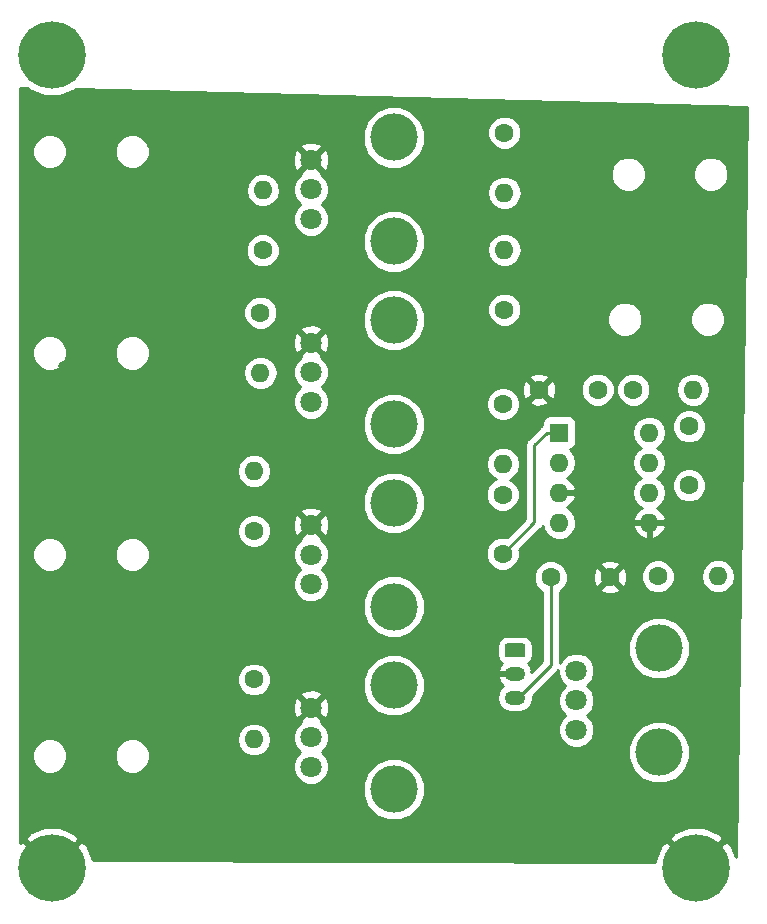
<source format=gbr>
G04 #@! TF.GenerationSoftware,KiCad,Pcbnew,(5.0.1)-rc2*
G04 #@! TF.CreationDate,2019-01-13T23:04:29-05:00*
G04 #@! TF.ProjectId,mixer,6D697865722E6B696361645F70636200,rev?*
G04 #@! TF.SameCoordinates,Original*
G04 #@! TF.FileFunction,Copper,L2,Bot,Signal*
G04 #@! TF.FilePolarity,Positive*
%FSLAX46Y46*%
G04 Gerber Fmt 4.6, Leading zero omitted, Abs format (unit mm)*
G04 Created by KiCad (PCBNEW (5.0.1)-rc2) date 1/13/2019 11:04:29 PM*
%MOMM*%
%LPD*%
G01*
G04 APERTURE LIST*
G04 #@! TA.AperFunction,ComponentPad*
%ADD10O,1.600000X1.600000*%
G04 #@! TD*
G04 #@! TA.AperFunction,ComponentPad*
%ADD11C,1.600000*%
G04 #@! TD*
G04 #@! TA.AperFunction,ComponentPad*
%ADD12C,5.700000*%
G04 #@! TD*
G04 #@! TA.AperFunction,Conductor*
%ADD13C,0.100000*%
G04 #@! TD*
G04 #@! TA.AperFunction,ComponentPad*
%ADD14C,1.200000*%
G04 #@! TD*
G04 #@! TA.AperFunction,ComponentPad*
%ADD15O,1.750000X1.200000*%
G04 #@! TD*
G04 #@! TA.AperFunction,ComponentPad*
%ADD16C,1.800000*%
G04 #@! TD*
G04 #@! TA.AperFunction,WasherPad*
%ADD17C,4.000000*%
G04 #@! TD*
G04 #@! TA.AperFunction,ComponentPad*
%ADD18R,1.600000X1.600000*%
G04 #@! TD*
G04 #@! TA.AperFunction,ViaPad*
%ADD19C,0.800000*%
G04 #@! TD*
G04 #@! TA.AperFunction,Conductor*
%ADD20C,0.250000*%
G04 #@! TD*
G04 #@! TA.AperFunction,Conductor*
%ADD21C,0.254000*%
G04 #@! TD*
G04 APERTURE END LIST*
D10*
G04 #@! TO.P,R7,2*
G04 #@! TO.N,Net-(C4-Pad2)*
X155790900Y-69900800D03*
D11*
G04 #@! TO.P,R7,1*
G04 #@! TO.N,Net-(C4-Pad1)*
X150710900Y-69900800D03*
G04 #@! TD*
D12*
G04 #@! TO.P,H1,1*
G04 #@! TO.N,GND*
X101511100Y-110426500D03*
G04 #@! TD*
G04 #@! TO.P,H2,1*
G04 #@! TO.N,GND*
X101511100Y-41567100D03*
G04 #@! TD*
G04 #@! TO.P,H3,1*
G04 #@! TO.N,GND*
X156044900Y-110426500D03*
G04 #@! TD*
G04 #@! TO.P,H4,1*
G04 #@! TO.N,GND*
X156044900Y-41567100D03*
G04 #@! TD*
D13*
G04 #@! TO.N,+12V*
G04 #@! TO.C,J5*
G36*
X141352805Y-91374604D02*
X141377073Y-91378204D01*
X141400872Y-91384165D01*
X141423971Y-91392430D01*
X141446150Y-91402920D01*
X141467193Y-91415532D01*
X141486899Y-91430147D01*
X141505077Y-91446623D01*
X141521553Y-91464801D01*
X141536168Y-91484507D01*
X141548780Y-91505550D01*
X141559270Y-91527729D01*
X141567535Y-91550828D01*
X141573496Y-91574627D01*
X141577096Y-91598895D01*
X141578300Y-91623399D01*
X141578300Y-92323401D01*
X141577096Y-92347905D01*
X141573496Y-92372173D01*
X141567535Y-92395972D01*
X141559270Y-92419071D01*
X141548780Y-92441250D01*
X141536168Y-92462293D01*
X141521553Y-92481999D01*
X141505077Y-92500177D01*
X141486899Y-92516653D01*
X141467193Y-92531268D01*
X141446150Y-92543880D01*
X141423971Y-92554370D01*
X141400872Y-92562635D01*
X141377073Y-92568596D01*
X141352805Y-92572196D01*
X141328301Y-92573400D01*
X140078299Y-92573400D01*
X140053795Y-92572196D01*
X140029527Y-92568596D01*
X140005728Y-92562635D01*
X139982629Y-92554370D01*
X139960450Y-92543880D01*
X139939407Y-92531268D01*
X139919701Y-92516653D01*
X139901523Y-92500177D01*
X139885047Y-92481999D01*
X139870432Y-92462293D01*
X139857820Y-92441250D01*
X139847330Y-92419071D01*
X139839065Y-92395972D01*
X139833104Y-92372173D01*
X139829504Y-92347905D01*
X139828300Y-92323401D01*
X139828300Y-91623399D01*
X139829504Y-91598895D01*
X139833104Y-91574627D01*
X139839065Y-91550828D01*
X139847330Y-91527729D01*
X139857820Y-91505550D01*
X139870432Y-91484507D01*
X139885047Y-91464801D01*
X139901523Y-91446623D01*
X139919701Y-91430147D01*
X139939407Y-91415532D01*
X139960450Y-91402920D01*
X139982629Y-91392430D01*
X140005728Y-91384165D01*
X140029527Y-91378204D01*
X140053795Y-91374604D01*
X140078299Y-91373400D01*
X141328301Y-91373400D01*
X141352805Y-91374604D01*
X141352805Y-91374604D01*
G37*
D14*
G04 #@! TD*
G04 #@! TO.P,J5,1*
G04 #@! TO.N,+12V*
X140703300Y-91973400D03*
D15*
G04 #@! TO.P,J5,2*
G04 #@! TO.N,GND*
X140703300Y-93973400D03*
G04 #@! TO.P,J5,3*
G04 #@! TO.N,-12V*
X140703300Y-95973400D03*
G04 #@! TD*
D11*
G04 #@! TO.P,C4,1*
G04 #@! TO.N,Net-(C4-Pad1)*
X155448000Y-72999600D03*
G04 #@! TO.P,C4,2*
G04 #@! TO.N,Net-(C4-Pad2)*
X155448000Y-77999600D03*
G04 #@! TD*
G04 #@! TO.P,C1,2*
G04 #@! TO.N,+12V*
X147722600Y-69900800D03*
G04 #@! TO.P,C1,1*
G04 #@! TO.N,GND*
X142722600Y-69900800D03*
G04 #@! TD*
G04 #@! TO.P,C2,1*
G04 #@! TO.N,GND*
X148742400Y-85775800D03*
G04 #@! TO.P,C2,2*
G04 #@! TO.N,-12V*
X143742400Y-85775800D03*
G04 #@! TD*
G04 #@! TO.P,C3,1*
G04 #@! TO.N,Net-(C3-Pad1)*
X139674600Y-83794600D03*
G04 #@! TO.P,C3,2*
G04 #@! TO.N,Net-(C3-Pad2)*
X139674600Y-78794600D03*
G04 #@! TD*
G04 #@! TO.P,R1,1*
G04 #@! TO.N,Net-(C3-Pad2)*
X119354600Y-58089800D03*
D10*
G04 #@! TO.P,R1,2*
G04 #@! TO.N,Net-(R1-Pad2)*
X119354600Y-53009800D03*
G04 #@! TD*
G04 #@! TO.P,R2,2*
G04 #@! TO.N,Net-(R2-Pad2)*
X119151400Y-68478400D03*
D11*
G04 #@! TO.P,R2,1*
G04 #@! TO.N,Net-(C3-Pad2)*
X119151400Y-63398400D03*
G04 #@! TD*
G04 #@! TO.P,R3,1*
G04 #@! TO.N,Net-(C3-Pad2)*
X118618000Y-81864200D03*
D10*
G04 #@! TO.P,R3,2*
G04 #@! TO.N,Net-(R3-Pad2)*
X118618000Y-76784200D03*
G04 #@! TD*
D11*
G04 #@! TO.P,R4,1*
G04 #@! TO.N,Net-(C3-Pad2)*
X118618000Y-94437200D03*
D10*
G04 #@! TO.P,R4,2*
G04 #@! TO.N,Net-(R4-Pad2)*
X118618000Y-99517200D03*
G04 #@! TD*
D11*
G04 #@! TO.P,R5,1*
G04 #@! TO.N,Net-(C3-Pad1)*
X139700000Y-71120000D03*
D10*
G04 #@! TO.P,R5,2*
G04 #@! TO.N,Net-(C3-Pad2)*
X139700000Y-76200000D03*
G04 #@! TD*
G04 #@! TO.P,R6,2*
G04 #@! TO.N,Net-(R6-Pad2)*
X157886400Y-85699600D03*
D11*
G04 #@! TO.P,R6,1*
G04 #@! TO.N,Net-(C4-Pad2)*
X152806400Y-85699600D03*
G04 #@! TD*
D10*
G04 #@! TO.P,R8,2*
G04 #@! TO.N,Net-(C4-Pad1)*
X139801600Y-53213000D03*
D11*
G04 #@! TO.P,R8,1*
G04 #@! TO.N,Net-(J6-PadT)*
X139801600Y-48133000D03*
G04 #@! TD*
G04 #@! TO.P,R9,1*
G04 #@! TO.N,Net-(J7-PadT)*
X139801600Y-63144400D03*
D10*
G04 #@! TO.P,R9,2*
G04 #@! TO.N,Net-(C4-Pad1)*
X139801600Y-58064400D03*
G04 #@! TD*
D16*
G04 #@! TO.P,RV1,3*
G04 #@! TO.N,GND*
X123444000Y-50448200D03*
G04 #@! TO.P,RV1,2*
G04 #@! TO.N,Net-(R1-Pad2)*
X123444000Y-52948200D03*
G04 #@! TO.P,RV1,1*
G04 #@! TO.N,Net-(J1-PadT)*
X123444000Y-55448200D03*
D17*
G04 #@! TO.P,RV1,*
G04 #@! TO.N,*
X130444000Y-48548200D03*
X130444000Y-57348200D03*
G04 #@! TD*
D16*
G04 #@! TO.P,RV2,3*
G04 #@! TO.N,GND*
X123444000Y-65908333D03*
G04 #@! TO.P,RV2,2*
G04 #@! TO.N,Net-(R2-Pad2)*
X123444000Y-68408333D03*
G04 #@! TO.P,RV2,1*
G04 #@! TO.N,Net-(J2-PadT)*
X123444000Y-70908333D03*
D17*
G04 #@! TO.P,RV2,*
G04 #@! TO.N,*
X130444000Y-64008333D03*
X130444000Y-72808333D03*
G04 #@! TD*
G04 #@! TO.P,RV3,*
G04 #@! TO.N,*
X130444000Y-88268466D03*
X130444000Y-79468466D03*
D16*
G04 #@! TO.P,RV3,1*
G04 #@! TO.N,Net-(J3-PadT)*
X123444000Y-86368466D03*
G04 #@! TO.P,RV3,2*
G04 #@! TO.N,Net-(R3-Pad2)*
X123444000Y-83868466D03*
G04 #@! TO.P,RV3,3*
G04 #@! TO.N,GND*
X123444000Y-81368466D03*
G04 #@! TD*
D17*
G04 #@! TO.P,RV4,*
G04 #@! TO.N,*
X130444000Y-103728600D03*
X130444000Y-94928600D03*
D16*
G04 #@! TO.P,RV4,1*
G04 #@! TO.N,Net-(J4-PadT)*
X123444000Y-101828600D03*
G04 #@! TO.P,RV4,2*
G04 #@! TO.N,Net-(R4-Pad2)*
X123444000Y-99328600D03*
G04 #@! TO.P,RV4,3*
G04 #@! TO.N,GND*
X123444000Y-96828600D03*
G04 #@! TD*
G04 #@! TO.P,RV5,3*
G04 #@! TO.N,Net-(R6-Pad2)*
X145897600Y-93704400D03*
G04 #@! TO.P,RV5,2*
G04 #@! TO.N,Net-(C3-Pad1)*
X145897600Y-96204400D03*
G04 #@! TO.P,RV5,1*
G04 #@! TO.N,Net-(RV5-Pad1)*
X145897600Y-98704400D03*
D17*
G04 #@! TO.P,RV5,*
G04 #@! TO.N,*
X152897600Y-91804400D03*
X152897600Y-100604400D03*
G04 #@! TD*
D18*
G04 #@! TO.P,U1,1*
G04 #@! TO.N,Net-(C3-Pad1)*
X144449800Y-73533000D03*
D10*
G04 #@! TO.P,U1,5*
G04 #@! TO.N,GND*
X152069800Y-81153000D03*
G04 #@! TO.P,U1,2*
G04 #@! TO.N,Net-(C3-Pad2)*
X144449800Y-76073000D03*
G04 #@! TO.P,U1,6*
G04 #@! TO.N,Net-(C4-Pad2)*
X152069800Y-78613000D03*
G04 #@! TO.P,U1,3*
G04 #@! TO.N,GND*
X144449800Y-78613000D03*
G04 #@! TO.P,U1,7*
G04 #@! TO.N,Net-(C4-Pad1)*
X152069800Y-76073000D03*
G04 #@! TO.P,U1,4*
G04 #@! TO.N,-12V*
X144449800Y-81153000D03*
G04 #@! TO.P,U1,8*
G04 #@! TO.N,+12V*
X152069800Y-73533000D03*
G04 #@! TD*
D19*
G04 #@! TO.N,GND*
X102479401Y-58267600D03*
X102479401Y-88478867D03*
X102479401Y-67918532D03*
X102479401Y-98958400D03*
X159463600Y-53467000D03*
X150495000Y-108204000D03*
G04 #@! TD*
D20*
G04 #@! TO.N,-12V*
X143742400Y-86907170D02*
X143742400Y-85775800D01*
X143742400Y-93209300D02*
X143742400Y-86907170D01*
X140978300Y-95973400D02*
X143742400Y-93209300D01*
X140703300Y-95973400D02*
X140978300Y-95973400D01*
G04 #@! TO.N,Net-(C3-Pad1)*
X143399800Y-73533000D02*
X144449800Y-73533000D01*
X142341600Y-74591200D02*
X143399800Y-73533000D01*
X142341600Y-81127600D02*
X142341600Y-74591200D01*
X139674600Y-83794600D02*
X142341600Y-81127600D01*
G04 #@! TD*
D21*
G04 #@! TO.N,GND*
G36*
X99406815Y-44345000D02*
X99526617Y-44514572D01*
X100805625Y-45049638D01*
X102192036Y-45054519D01*
X103474780Y-44528472D01*
X103495583Y-44514572D01*
X103539365Y-44452601D01*
X160380089Y-45932588D01*
X159431242Y-109499091D01*
X159006272Y-108462820D01*
X158992372Y-108442017D01*
X158533313Y-108117692D01*
X156744039Y-109906966D01*
X156386300Y-109905495D01*
X158353708Y-107938087D01*
X158029383Y-107479028D01*
X156750375Y-106943962D01*
X155363964Y-106939081D01*
X154081220Y-107465128D01*
X154060417Y-107479028D01*
X153736092Y-107938087D01*
X155700682Y-109902677D01*
X155339990Y-109901195D01*
X153556487Y-108117692D01*
X153097428Y-108442017D01*
X152562362Y-109721025D01*
X152561768Y-109889776D01*
X104977454Y-109694197D01*
X104472472Y-108462820D01*
X104458572Y-108442017D01*
X103999513Y-108117692D01*
X102433465Y-109683740D01*
X102075725Y-109682270D01*
X103819908Y-107938087D01*
X103495583Y-107479028D01*
X102216575Y-106943962D01*
X100830164Y-106939081D01*
X99547420Y-107465128D01*
X99526617Y-107479028D01*
X99202292Y-107938087D01*
X100941815Y-109677610D01*
X100581122Y-109676127D01*
X99022687Y-108117692D01*
X98779000Y-108289857D01*
X98779000Y-100618815D01*
X99819400Y-100618815D01*
X99819400Y-101209585D01*
X100045478Y-101755385D01*
X100463215Y-102173122D01*
X101009015Y-102399200D01*
X101599785Y-102399200D01*
X102145585Y-102173122D01*
X102563322Y-101755385D01*
X102789400Y-101209585D01*
X102789400Y-100618815D01*
X106819400Y-100618815D01*
X106819400Y-101209585D01*
X107045478Y-101755385D01*
X107463215Y-102173122D01*
X108009015Y-102399200D01*
X108599785Y-102399200D01*
X109145585Y-102173122D01*
X109563322Y-101755385D01*
X109789400Y-101209585D01*
X109789400Y-100618815D01*
X109563322Y-100073015D01*
X109145585Y-99655278D01*
X108812236Y-99517200D01*
X117154887Y-99517200D01*
X117266260Y-100077109D01*
X117583423Y-100551777D01*
X118058091Y-100868940D01*
X118476667Y-100952200D01*
X118759333Y-100952200D01*
X119177909Y-100868940D01*
X119652577Y-100551777D01*
X119969740Y-100077109D01*
X120081113Y-99517200D01*
X119982865Y-99023270D01*
X121909000Y-99023270D01*
X121909000Y-99633930D01*
X122142690Y-100198107D01*
X122523183Y-100578600D01*
X122142690Y-100959093D01*
X121909000Y-101523270D01*
X121909000Y-102133930D01*
X122142690Y-102698107D01*
X122574493Y-103129910D01*
X123138670Y-103363600D01*
X123749330Y-103363600D01*
X124133513Y-103204466D01*
X127809000Y-103204466D01*
X127809000Y-104252734D01*
X128210155Y-105221208D01*
X128951392Y-105962445D01*
X129919866Y-106363600D01*
X130968134Y-106363600D01*
X131936608Y-105962445D01*
X132677845Y-105221208D01*
X133079000Y-104252734D01*
X133079000Y-103204466D01*
X132677845Y-102235992D01*
X131936608Y-101494755D01*
X130968134Y-101093600D01*
X129919866Y-101093600D01*
X128951392Y-101494755D01*
X128210155Y-102235992D01*
X127809000Y-103204466D01*
X124133513Y-103204466D01*
X124313507Y-103129910D01*
X124745310Y-102698107D01*
X124979000Y-102133930D01*
X124979000Y-101523270D01*
X124745310Y-100959093D01*
X124364817Y-100578600D01*
X124745310Y-100198107D01*
X124979000Y-99633930D01*
X124979000Y-99023270D01*
X124745310Y-98459093D01*
X124313507Y-98027290D01*
X124305710Y-98024061D01*
X124344554Y-97908759D01*
X123444000Y-97008205D01*
X122543446Y-97908759D01*
X122582290Y-98024061D01*
X122574493Y-98027290D01*
X122142690Y-98459093D01*
X121909000Y-99023270D01*
X119982865Y-99023270D01*
X119969740Y-98957291D01*
X119652577Y-98482623D01*
X119177909Y-98165460D01*
X118759333Y-98082200D01*
X118476667Y-98082200D01*
X118058091Y-98165460D01*
X117583423Y-98482623D01*
X117266260Y-98957291D01*
X117154887Y-99517200D01*
X108812236Y-99517200D01*
X108599785Y-99429200D01*
X108009015Y-99429200D01*
X107463215Y-99655278D01*
X107045478Y-100073015D01*
X106819400Y-100618815D01*
X102789400Y-100618815D01*
X102563322Y-100073015D01*
X102145585Y-99655278D01*
X101599785Y-99429200D01*
X101009015Y-99429200D01*
X100463215Y-99655278D01*
X100045478Y-100073015D01*
X99819400Y-100618815D01*
X98779000Y-100618815D01*
X98779000Y-96587936D01*
X121897542Y-96587936D01*
X121923161Y-97198060D01*
X122107357Y-97642748D01*
X122363841Y-97729154D01*
X123264395Y-96828600D01*
X123623605Y-96828600D01*
X124524159Y-97729154D01*
X124780643Y-97642748D01*
X124990458Y-97069264D01*
X124964839Y-96459140D01*
X124780643Y-96014452D01*
X124524159Y-95928046D01*
X123623605Y-96828600D01*
X123264395Y-96828600D01*
X122363841Y-95928046D01*
X122107357Y-96014452D01*
X121897542Y-96587936D01*
X98779000Y-96587936D01*
X98779000Y-94151761D01*
X117183000Y-94151761D01*
X117183000Y-94722639D01*
X117401466Y-95250062D01*
X117805138Y-95653734D01*
X118332561Y-95872200D01*
X118903439Y-95872200D01*
X119202219Y-95748441D01*
X122543446Y-95748441D01*
X123444000Y-96648995D01*
X124344554Y-95748441D01*
X124258148Y-95491957D01*
X123684664Y-95282142D01*
X123074540Y-95307761D01*
X122629852Y-95491957D01*
X122543446Y-95748441D01*
X119202219Y-95748441D01*
X119430862Y-95653734D01*
X119834534Y-95250062D01*
X120053000Y-94722639D01*
X120053000Y-94404466D01*
X127809000Y-94404466D01*
X127809000Y-95452734D01*
X128210155Y-96421208D01*
X128951392Y-97162445D01*
X129919866Y-97563600D01*
X130968134Y-97563600D01*
X131936608Y-97162445D01*
X132677845Y-96421208D01*
X132863333Y-95973400D01*
X139169105Y-95973400D01*
X139264956Y-96455273D01*
X139537915Y-96863785D01*
X139946427Y-97136744D01*
X140306664Y-97208400D01*
X141099936Y-97208400D01*
X141460173Y-97136744D01*
X141868685Y-96863785D01*
X142141644Y-96455273D01*
X142237495Y-95973400D01*
X142206902Y-95819599D01*
X144226873Y-93799629D01*
X144290329Y-93757229D01*
X144362600Y-93649068D01*
X144362600Y-94009730D01*
X144596290Y-94573907D01*
X144976783Y-94954400D01*
X144596290Y-95334893D01*
X144362600Y-95899070D01*
X144362600Y-96509730D01*
X144596290Y-97073907D01*
X144976783Y-97454400D01*
X144596290Y-97834893D01*
X144362600Y-98399070D01*
X144362600Y-99009730D01*
X144596290Y-99573907D01*
X145028093Y-100005710D01*
X145592270Y-100239400D01*
X146202930Y-100239400D01*
X146587113Y-100080266D01*
X150262600Y-100080266D01*
X150262600Y-101128534D01*
X150663755Y-102097008D01*
X151404992Y-102838245D01*
X152373466Y-103239400D01*
X153421734Y-103239400D01*
X154390208Y-102838245D01*
X155131445Y-102097008D01*
X155532600Y-101128534D01*
X155532600Y-100080266D01*
X155131445Y-99111792D01*
X154390208Y-98370555D01*
X153421734Y-97969400D01*
X152373466Y-97969400D01*
X151404992Y-98370555D01*
X150663755Y-99111792D01*
X150262600Y-100080266D01*
X146587113Y-100080266D01*
X146767107Y-100005710D01*
X147198910Y-99573907D01*
X147432600Y-99009730D01*
X147432600Y-98399070D01*
X147198910Y-97834893D01*
X146818417Y-97454400D01*
X147198910Y-97073907D01*
X147432600Y-96509730D01*
X147432600Y-95899070D01*
X147198910Y-95334893D01*
X146818417Y-94954400D01*
X147198910Y-94573907D01*
X147432600Y-94009730D01*
X147432600Y-93399070D01*
X147198910Y-92834893D01*
X146767107Y-92403090D01*
X146202930Y-92169400D01*
X145592270Y-92169400D01*
X145028093Y-92403090D01*
X144596290Y-92834893D01*
X144502400Y-93061563D01*
X144502400Y-91280266D01*
X150262600Y-91280266D01*
X150262600Y-92328534D01*
X150663755Y-93297008D01*
X151404992Y-94038245D01*
X152373466Y-94439400D01*
X153421734Y-94439400D01*
X154390208Y-94038245D01*
X155131445Y-93297008D01*
X155532600Y-92328534D01*
X155532600Y-91280266D01*
X155131445Y-90311792D01*
X154390208Y-89570555D01*
X153421734Y-89169400D01*
X152373466Y-89169400D01*
X151404992Y-89570555D01*
X150663755Y-90311792D01*
X150262600Y-91280266D01*
X144502400Y-91280266D01*
X144502400Y-87014230D01*
X144555262Y-86992334D01*
X144764051Y-86783545D01*
X147914261Y-86783545D01*
X147988395Y-87029664D01*
X148525623Y-87222765D01*
X149095854Y-87195578D01*
X149496405Y-87029664D01*
X149570539Y-86783545D01*
X148742400Y-85955405D01*
X147914261Y-86783545D01*
X144764051Y-86783545D01*
X144958934Y-86588662D01*
X145177400Y-86061239D01*
X145177400Y-85559023D01*
X147295435Y-85559023D01*
X147322622Y-86129254D01*
X147488536Y-86529805D01*
X147734655Y-86603939D01*
X148562795Y-85775800D01*
X148922005Y-85775800D01*
X149750145Y-86603939D01*
X149996264Y-86529805D01*
X150189365Y-85992577D01*
X150162178Y-85422346D01*
X150158788Y-85414161D01*
X151371400Y-85414161D01*
X151371400Y-85985039D01*
X151589866Y-86512462D01*
X151993538Y-86916134D01*
X152520961Y-87134600D01*
X153091839Y-87134600D01*
X153619262Y-86916134D01*
X154022934Y-86512462D01*
X154241400Y-85985039D01*
X154241400Y-85699600D01*
X156423287Y-85699600D01*
X156534660Y-86259509D01*
X156851823Y-86734177D01*
X157326491Y-87051340D01*
X157745067Y-87134600D01*
X158027733Y-87134600D01*
X158446309Y-87051340D01*
X158920977Y-86734177D01*
X159238140Y-86259509D01*
X159349513Y-85699600D01*
X159238140Y-85139691D01*
X158920977Y-84665023D01*
X158446309Y-84347860D01*
X158027733Y-84264600D01*
X157745067Y-84264600D01*
X157326491Y-84347860D01*
X156851823Y-84665023D01*
X156534660Y-85139691D01*
X156423287Y-85699600D01*
X154241400Y-85699600D01*
X154241400Y-85414161D01*
X154022934Y-84886738D01*
X153619262Y-84483066D01*
X153091839Y-84264600D01*
X152520961Y-84264600D01*
X151993538Y-84483066D01*
X151589866Y-84886738D01*
X151371400Y-85414161D01*
X150158788Y-85414161D01*
X149996264Y-85021795D01*
X149750145Y-84947661D01*
X148922005Y-85775800D01*
X148562795Y-85775800D01*
X147734655Y-84947661D01*
X147488536Y-85021795D01*
X147295435Y-85559023D01*
X145177400Y-85559023D01*
X145177400Y-85490361D01*
X144958934Y-84962938D01*
X144764051Y-84768055D01*
X147914261Y-84768055D01*
X148742400Y-85596195D01*
X149570539Y-84768055D01*
X149496405Y-84521936D01*
X148959177Y-84328835D01*
X148388946Y-84356022D01*
X147988395Y-84521936D01*
X147914261Y-84768055D01*
X144764051Y-84768055D01*
X144555262Y-84559266D01*
X144027839Y-84340800D01*
X143456961Y-84340800D01*
X142929538Y-84559266D01*
X142525866Y-84962938D01*
X142307400Y-85490361D01*
X142307400Y-86061239D01*
X142525866Y-86588662D01*
X142929538Y-86992334D01*
X142982401Y-87014231D01*
X142982400Y-92894498D01*
X142078333Y-93798565D01*
X142171762Y-93655791D01*
X142167892Y-93618119D01*
X141941380Y-93189926D01*
X141795953Y-93069527D01*
X141962886Y-92957986D01*
X142157427Y-92666836D01*
X142225740Y-92323401D01*
X142225740Y-91623399D01*
X142157427Y-91279964D01*
X141962886Y-90988814D01*
X141671736Y-90794273D01*
X141328301Y-90725960D01*
X140078299Y-90725960D01*
X139734864Y-90794273D01*
X139443714Y-90988814D01*
X139249173Y-91279964D01*
X139180860Y-91623399D01*
X139180860Y-92323401D01*
X139249173Y-92666836D01*
X139443714Y-92957986D01*
X139610647Y-93069527D01*
X139465220Y-93189926D01*
X139238708Y-93618119D01*
X139234838Y-93655791D01*
X139359569Y-93846400D01*
X140576300Y-93846400D01*
X140576300Y-93826400D01*
X140830300Y-93826400D01*
X140830300Y-93846400D01*
X140850300Y-93846400D01*
X140850300Y-94100400D01*
X140830300Y-94100400D01*
X140830300Y-94120400D01*
X140576300Y-94120400D01*
X140576300Y-94100400D01*
X139359569Y-94100400D01*
X139234838Y-94291009D01*
X139238708Y-94328681D01*
X139465220Y-94756874D01*
X139715685Y-94964233D01*
X139537915Y-95083015D01*
X139264956Y-95491527D01*
X139169105Y-95973400D01*
X132863333Y-95973400D01*
X133079000Y-95452734D01*
X133079000Y-94404466D01*
X132677845Y-93435992D01*
X131936608Y-92694755D01*
X130968134Y-92293600D01*
X129919866Y-92293600D01*
X128951392Y-92694755D01*
X128210155Y-93435992D01*
X127809000Y-94404466D01*
X120053000Y-94404466D01*
X120053000Y-94151761D01*
X119834534Y-93624338D01*
X119430862Y-93220666D01*
X118903439Y-93002200D01*
X118332561Y-93002200D01*
X117805138Y-93220666D01*
X117401466Y-93624338D01*
X117183000Y-94151761D01*
X98779000Y-94151761D01*
X98779000Y-83558481D01*
X99819400Y-83558481D01*
X99819400Y-84149251D01*
X100045478Y-84695051D01*
X100463215Y-85112788D01*
X101009015Y-85338866D01*
X101599785Y-85338866D01*
X102145585Y-85112788D01*
X102563322Y-84695051D01*
X102789400Y-84149251D01*
X102789400Y-83558481D01*
X106819400Y-83558481D01*
X106819400Y-84149251D01*
X107045478Y-84695051D01*
X107463215Y-85112788D01*
X108009015Y-85338866D01*
X108599785Y-85338866D01*
X109145585Y-85112788D01*
X109563322Y-84695051D01*
X109789400Y-84149251D01*
X109789400Y-83563136D01*
X121909000Y-83563136D01*
X121909000Y-84173796D01*
X122142690Y-84737973D01*
X122523183Y-85118466D01*
X122142690Y-85498959D01*
X121909000Y-86063136D01*
X121909000Y-86673796D01*
X122142690Y-87237973D01*
X122574493Y-87669776D01*
X123138670Y-87903466D01*
X123749330Y-87903466D01*
X124133513Y-87744332D01*
X127809000Y-87744332D01*
X127809000Y-88792600D01*
X128210155Y-89761074D01*
X128951392Y-90502311D01*
X129919866Y-90903466D01*
X130968134Y-90903466D01*
X131936608Y-90502311D01*
X132677845Y-89761074D01*
X133079000Y-88792600D01*
X133079000Y-87744332D01*
X132677845Y-86775858D01*
X131936608Y-86034621D01*
X130968134Y-85633466D01*
X129919866Y-85633466D01*
X128951392Y-86034621D01*
X128210155Y-86775858D01*
X127809000Y-87744332D01*
X124133513Y-87744332D01*
X124313507Y-87669776D01*
X124745310Y-87237973D01*
X124979000Y-86673796D01*
X124979000Y-86063136D01*
X124745310Y-85498959D01*
X124364817Y-85118466D01*
X124745310Y-84737973D01*
X124979000Y-84173796D01*
X124979000Y-83563136D01*
X124956643Y-83509161D01*
X138239600Y-83509161D01*
X138239600Y-84080039D01*
X138458066Y-84607462D01*
X138861738Y-85011134D01*
X139389161Y-85229600D01*
X139960039Y-85229600D01*
X140487462Y-85011134D01*
X140891134Y-84607462D01*
X141109600Y-84080039D01*
X141109600Y-83509161D01*
X141087703Y-83456298D01*
X142826073Y-81717929D01*
X142889529Y-81675529D01*
X143044493Y-81443609D01*
X143098060Y-81712909D01*
X143415223Y-82187577D01*
X143889891Y-82504740D01*
X144308467Y-82588000D01*
X144591133Y-82588000D01*
X145009709Y-82504740D01*
X145484377Y-82187577D01*
X145801540Y-81712909D01*
X145843484Y-81502039D01*
X150677896Y-81502039D01*
X150838759Y-81890423D01*
X151214666Y-82305389D01*
X151720759Y-82544914D01*
X151942800Y-82423629D01*
X151942800Y-81280000D01*
X152196800Y-81280000D01*
X152196800Y-82423629D01*
X152418841Y-82544914D01*
X152924934Y-82305389D01*
X153300841Y-81890423D01*
X153461704Y-81502039D01*
X153339715Y-81280000D01*
X152196800Y-81280000D01*
X151942800Y-81280000D01*
X150799885Y-81280000D01*
X150677896Y-81502039D01*
X145843484Y-81502039D01*
X145912913Y-81153000D01*
X145801540Y-80593091D01*
X145484377Y-80118423D01*
X145100692Y-79862053D01*
X145304934Y-79765389D01*
X145680841Y-79350423D01*
X145841704Y-78962039D01*
X145719715Y-78740000D01*
X144576800Y-78740000D01*
X144576800Y-78760000D01*
X144322800Y-78760000D01*
X144322800Y-78740000D01*
X144302800Y-78740000D01*
X144302800Y-78486000D01*
X144322800Y-78486000D01*
X144322800Y-78466000D01*
X144576800Y-78466000D01*
X144576800Y-78486000D01*
X145719715Y-78486000D01*
X145841704Y-78263961D01*
X145680841Y-77875577D01*
X145304934Y-77460611D01*
X145100692Y-77363947D01*
X145484377Y-77107577D01*
X145801540Y-76632909D01*
X145912913Y-76073000D01*
X145801540Y-75513091D01*
X145484377Y-75038423D01*
X145363694Y-74957785D01*
X145497565Y-74931157D01*
X145707609Y-74790809D01*
X145847957Y-74580765D01*
X145897240Y-74333000D01*
X145897240Y-73533000D01*
X150606687Y-73533000D01*
X150718060Y-74092909D01*
X151035223Y-74567577D01*
X151387558Y-74803000D01*
X151035223Y-75038423D01*
X150718060Y-75513091D01*
X150606687Y-76073000D01*
X150718060Y-76632909D01*
X151035223Y-77107577D01*
X151387558Y-77343000D01*
X151035223Y-77578423D01*
X150718060Y-78053091D01*
X150606687Y-78613000D01*
X150718060Y-79172909D01*
X151035223Y-79647577D01*
X151418908Y-79903947D01*
X151214666Y-80000611D01*
X150838759Y-80415577D01*
X150677896Y-80803961D01*
X150799885Y-81026000D01*
X151942800Y-81026000D01*
X151942800Y-81006000D01*
X152196800Y-81006000D01*
X152196800Y-81026000D01*
X153339715Y-81026000D01*
X153461704Y-80803961D01*
X153300841Y-80415577D01*
X152924934Y-80000611D01*
X152720692Y-79903947D01*
X153104377Y-79647577D01*
X153421540Y-79172909D01*
X153532913Y-78613000D01*
X153421540Y-78053091D01*
X153195075Y-77714161D01*
X154013000Y-77714161D01*
X154013000Y-78285039D01*
X154231466Y-78812462D01*
X154635138Y-79216134D01*
X155162561Y-79434600D01*
X155733439Y-79434600D01*
X156260862Y-79216134D01*
X156664534Y-78812462D01*
X156883000Y-78285039D01*
X156883000Y-77714161D01*
X156664534Y-77186738D01*
X156260862Y-76783066D01*
X155733439Y-76564600D01*
X155162561Y-76564600D01*
X154635138Y-76783066D01*
X154231466Y-77186738D01*
X154013000Y-77714161D01*
X153195075Y-77714161D01*
X153104377Y-77578423D01*
X152752042Y-77343000D01*
X153104377Y-77107577D01*
X153421540Y-76632909D01*
X153532913Y-76073000D01*
X153421540Y-75513091D01*
X153104377Y-75038423D01*
X152752042Y-74803000D01*
X153104377Y-74567577D01*
X153421540Y-74092909D01*
X153532913Y-73533000D01*
X153421540Y-72973091D01*
X153248529Y-72714161D01*
X154013000Y-72714161D01*
X154013000Y-73285039D01*
X154231466Y-73812462D01*
X154635138Y-74216134D01*
X155162561Y-74434600D01*
X155733439Y-74434600D01*
X156260862Y-74216134D01*
X156664534Y-73812462D01*
X156883000Y-73285039D01*
X156883000Y-72714161D01*
X156664534Y-72186738D01*
X156260862Y-71783066D01*
X155733439Y-71564600D01*
X155162561Y-71564600D01*
X154635138Y-71783066D01*
X154231466Y-72186738D01*
X154013000Y-72714161D01*
X153248529Y-72714161D01*
X153104377Y-72498423D01*
X152629709Y-72181260D01*
X152211133Y-72098000D01*
X151928467Y-72098000D01*
X151509891Y-72181260D01*
X151035223Y-72498423D01*
X150718060Y-72973091D01*
X150606687Y-73533000D01*
X145897240Y-73533000D01*
X145897240Y-72733000D01*
X145847957Y-72485235D01*
X145707609Y-72275191D01*
X145497565Y-72134843D01*
X145249800Y-72085560D01*
X143649800Y-72085560D01*
X143402035Y-72134843D01*
X143191991Y-72275191D01*
X143051643Y-72485235D01*
X143002360Y-72733000D01*
X143002360Y-72884517D01*
X142916218Y-72942076D01*
X142851871Y-72985071D01*
X142809471Y-73048527D01*
X141857128Y-74000871D01*
X141793672Y-74043271D01*
X141751272Y-74106727D01*
X141751271Y-74106728D01*
X141625697Y-74294663D01*
X141566712Y-74591200D01*
X141581601Y-74666052D01*
X141581600Y-80812798D01*
X140012902Y-82381497D01*
X139960039Y-82359600D01*
X139389161Y-82359600D01*
X138861738Y-82578066D01*
X138458066Y-82981738D01*
X138239600Y-83509161D01*
X124956643Y-83509161D01*
X124745310Y-82998959D01*
X124313507Y-82567156D01*
X124305710Y-82563927D01*
X124344554Y-82448625D01*
X123444000Y-81548071D01*
X122543446Y-82448625D01*
X122582290Y-82563927D01*
X122574493Y-82567156D01*
X122142690Y-82998959D01*
X121909000Y-83563136D01*
X109789400Y-83563136D01*
X109789400Y-83558481D01*
X109563322Y-83012681D01*
X109145585Y-82594944D01*
X108599785Y-82368866D01*
X108009015Y-82368866D01*
X107463215Y-82594944D01*
X107045478Y-83012681D01*
X106819400Y-83558481D01*
X102789400Y-83558481D01*
X102563322Y-83012681D01*
X102145585Y-82594944D01*
X101599785Y-82368866D01*
X101009015Y-82368866D01*
X100463215Y-82594944D01*
X100045478Y-83012681D01*
X99819400Y-83558481D01*
X98779000Y-83558481D01*
X98779000Y-81578761D01*
X117183000Y-81578761D01*
X117183000Y-82149639D01*
X117401466Y-82677062D01*
X117805138Y-83080734D01*
X118332561Y-83299200D01*
X118903439Y-83299200D01*
X119430862Y-83080734D01*
X119834534Y-82677062D01*
X120053000Y-82149639D01*
X120053000Y-81578761D01*
X119866207Y-81127802D01*
X121897542Y-81127802D01*
X121923161Y-81737926D01*
X122107357Y-82182614D01*
X122363841Y-82269020D01*
X123264395Y-81368466D01*
X123623605Y-81368466D01*
X124524159Y-82269020D01*
X124780643Y-82182614D01*
X124990458Y-81609130D01*
X124964839Y-80999006D01*
X124780643Y-80554318D01*
X124524159Y-80467912D01*
X123623605Y-81368466D01*
X123264395Y-81368466D01*
X122363841Y-80467912D01*
X122107357Y-80554318D01*
X121897542Y-81127802D01*
X119866207Y-81127802D01*
X119834534Y-81051338D01*
X119430862Y-80647666D01*
X118903439Y-80429200D01*
X118332561Y-80429200D01*
X117805138Y-80647666D01*
X117401466Y-81051338D01*
X117183000Y-81578761D01*
X98779000Y-81578761D01*
X98779000Y-80288307D01*
X122543446Y-80288307D01*
X123444000Y-81188861D01*
X124344554Y-80288307D01*
X124258148Y-80031823D01*
X123684664Y-79822008D01*
X123074540Y-79847627D01*
X122629852Y-80031823D01*
X122543446Y-80288307D01*
X98779000Y-80288307D01*
X98779000Y-78944332D01*
X127809000Y-78944332D01*
X127809000Y-79992600D01*
X128210155Y-80961074D01*
X128951392Y-81702311D01*
X129919866Y-82103466D01*
X130968134Y-82103466D01*
X131936608Y-81702311D01*
X132677845Y-80961074D01*
X133079000Y-79992600D01*
X133079000Y-78944332D01*
X132677845Y-77975858D01*
X131936608Y-77234621D01*
X130968134Y-76833466D01*
X129919866Y-76833466D01*
X128951392Y-77234621D01*
X128210155Y-77975858D01*
X127809000Y-78944332D01*
X98779000Y-78944332D01*
X98779000Y-76784200D01*
X117154887Y-76784200D01*
X117266260Y-77344109D01*
X117583423Y-77818777D01*
X118058091Y-78135940D01*
X118476667Y-78219200D01*
X118759333Y-78219200D01*
X119177909Y-78135940D01*
X119652577Y-77818777D01*
X119969740Y-77344109D01*
X120081113Y-76784200D01*
X119969740Y-76224291D01*
X119953510Y-76200000D01*
X138236887Y-76200000D01*
X138348260Y-76759909D01*
X138665423Y-77234577D01*
X139057892Y-77496816D01*
X138861738Y-77578066D01*
X138458066Y-77981738D01*
X138239600Y-78509161D01*
X138239600Y-79080039D01*
X138458066Y-79607462D01*
X138861738Y-80011134D01*
X139389161Y-80229600D01*
X139960039Y-80229600D01*
X140487462Y-80011134D01*
X140891134Y-79607462D01*
X141109600Y-79080039D01*
X141109600Y-78509161D01*
X140891134Y-77981738D01*
X140487462Y-77578066D01*
X140322668Y-77509806D01*
X140734577Y-77234577D01*
X141051740Y-76759909D01*
X141163113Y-76200000D01*
X141051740Y-75640091D01*
X140734577Y-75165423D01*
X140259909Y-74848260D01*
X139841333Y-74765000D01*
X139558667Y-74765000D01*
X139140091Y-74848260D01*
X138665423Y-75165423D01*
X138348260Y-75640091D01*
X138236887Y-76200000D01*
X119953510Y-76200000D01*
X119652577Y-75749623D01*
X119177909Y-75432460D01*
X118759333Y-75349200D01*
X118476667Y-75349200D01*
X118058091Y-75432460D01*
X117583423Y-75749623D01*
X117266260Y-76224291D01*
X117154887Y-76784200D01*
X98779000Y-76784200D01*
X98779000Y-68478400D01*
X117688287Y-68478400D01*
X117799660Y-69038309D01*
X118116823Y-69512977D01*
X118591491Y-69830140D01*
X119010067Y-69913400D01*
X119292733Y-69913400D01*
X119711309Y-69830140D01*
X120185977Y-69512977D01*
X120503140Y-69038309D01*
X120614513Y-68478400D01*
X120539842Y-68103003D01*
X121909000Y-68103003D01*
X121909000Y-68713663D01*
X122142690Y-69277840D01*
X122523183Y-69658333D01*
X122142690Y-70038826D01*
X121909000Y-70603003D01*
X121909000Y-71213663D01*
X122142690Y-71777840D01*
X122574493Y-72209643D01*
X123138670Y-72443333D01*
X123749330Y-72443333D01*
X124133513Y-72284199D01*
X127809000Y-72284199D01*
X127809000Y-73332467D01*
X128210155Y-74300941D01*
X128951392Y-75042178D01*
X129919866Y-75443333D01*
X130968134Y-75443333D01*
X131936608Y-75042178D01*
X132677845Y-74300941D01*
X133079000Y-73332467D01*
X133079000Y-72284199D01*
X132677845Y-71315725D01*
X132196681Y-70834561D01*
X138265000Y-70834561D01*
X138265000Y-71405439D01*
X138483466Y-71932862D01*
X138887138Y-72336534D01*
X139414561Y-72555000D01*
X139985439Y-72555000D01*
X140512862Y-72336534D01*
X140916534Y-71932862D01*
X141135000Y-71405439D01*
X141135000Y-70908545D01*
X141894461Y-70908545D01*
X141968595Y-71154664D01*
X142505823Y-71347765D01*
X143076054Y-71320578D01*
X143476605Y-71154664D01*
X143550739Y-70908545D01*
X142722600Y-70080405D01*
X141894461Y-70908545D01*
X141135000Y-70908545D01*
X141135000Y-70834561D01*
X140916534Y-70307138D01*
X140512862Y-69903466D01*
X139985439Y-69685000D01*
X139414561Y-69685000D01*
X138887138Y-69903466D01*
X138483466Y-70307138D01*
X138265000Y-70834561D01*
X132196681Y-70834561D01*
X131936608Y-70574488D01*
X130968134Y-70173333D01*
X129919866Y-70173333D01*
X128951392Y-70574488D01*
X128210155Y-71315725D01*
X127809000Y-72284199D01*
X124133513Y-72284199D01*
X124313507Y-72209643D01*
X124745310Y-71777840D01*
X124979000Y-71213663D01*
X124979000Y-70603003D01*
X124745310Y-70038826D01*
X124390507Y-69684023D01*
X141275635Y-69684023D01*
X141302822Y-70254254D01*
X141468736Y-70654805D01*
X141714855Y-70728939D01*
X142542995Y-69900800D01*
X142902205Y-69900800D01*
X143730345Y-70728939D01*
X143976464Y-70654805D01*
X144169565Y-70117577D01*
X144145621Y-69615361D01*
X146287600Y-69615361D01*
X146287600Y-70186239D01*
X146506066Y-70713662D01*
X146909738Y-71117334D01*
X147437161Y-71335800D01*
X148008039Y-71335800D01*
X148535462Y-71117334D01*
X148939134Y-70713662D01*
X149157600Y-70186239D01*
X149157600Y-69615361D01*
X149275900Y-69615361D01*
X149275900Y-70186239D01*
X149494366Y-70713662D01*
X149898038Y-71117334D01*
X150425461Y-71335800D01*
X150996339Y-71335800D01*
X151523762Y-71117334D01*
X151927434Y-70713662D01*
X152145900Y-70186239D01*
X152145900Y-69900800D01*
X154327787Y-69900800D01*
X154439160Y-70460709D01*
X154756323Y-70935377D01*
X155230991Y-71252540D01*
X155649567Y-71335800D01*
X155932233Y-71335800D01*
X156350809Y-71252540D01*
X156825477Y-70935377D01*
X157142640Y-70460709D01*
X157254013Y-69900800D01*
X157142640Y-69340891D01*
X156825477Y-68866223D01*
X156350809Y-68549060D01*
X155932233Y-68465800D01*
X155649567Y-68465800D01*
X155230991Y-68549060D01*
X154756323Y-68866223D01*
X154439160Y-69340891D01*
X154327787Y-69900800D01*
X152145900Y-69900800D01*
X152145900Y-69615361D01*
X151927434Y-69087938D01*
X151523762Y-68684266D01*
X150996339Y-68465800D01*
X150425461Y-68465800D01*
X149898038Y-68684266D01*
X149494366Y-69087938D01*
X149275900Y-69615361D01*
X149157600Y-69615361D01*
X148939134Y-69087938D01*
X148535462Y-68684266D01*
X148008039Y-68465800D01*
X147437161Y-68465800D01*
X146909738Y-68684266D01*
X146506066Y-69087938D01*
X146287600Y-69615361D01*
X144145621Y-69615361D01*
X144142378Y-69547346D01*
X143976464Y-69146795D01*
X143730345Y-69072661D01*
X142902205Y-69900800D01*
X142542995Y-69900800D01*
X141714855Y-69072661D01*
X141468736Y-69146795D01*
X141275635Y-69684023D01*
X124390507Y-69684023D01*
X124364817Y-69658333D01*
X124745310Y-69277840D01*
X124904693Y-68893055D01*
X141894461Y-68893055D01*
X142722600Y-69721195D01*
X143550739Y-68893055D01*
X143476605Y-68646936D01*
X142939377Y-68453835D01*
X142369146Y-68481022D01*
X141968595Y-68646936D01*
X141894461Y-68893055D01*
X124904693Y-68893055D01*
X124979000Y-68713663D01*
X124979000Y-68103003D01*
X124745310Y-67538826D01*
X124313507Y-67107023D01*
X124305710Y-67103794D01*
X124344554Y-66988492D01*
X123444000Y-66087938D01*
X122543446Y-66988492D01*
X122582290Y-67103794D01*
X122574493Y-67107023D01*
X122142690Y-67538826D01*
X121909000Y-68103003D01*
X120539842Y-68103003D01*
X120503140Y-67918491D01*
X120185977Y-67443823D01*
X119711309Y-67126660D01*
X119292733Y-67043400D01*
X119010067Y-67043400D01*
X118591491Y-67126660D01*
X118116823Y-67443823D01*
X117799660Y-67918491D01*
X117688287Y-68478400D01*
X98779000Y-68478400D01*
X98779000Y-66498148D01*
X99819400Y-66498148D01*
X99819400Y-67088918D01*
X100045478Y-67634718D01*
X100463215Y-68052455D01*
X101009015Y-68278533D01*
X101599785Y-68278533D01*
X102145585Y-68052455D01*
X102563322Y-67634718D01*
X102789400Y-67088918D01*
X102789400Y-66498148D01*
X106819400Y-66498148D01*
X106819400Y-67088918D01*
X107045478Y-67634718D01*
X107463215Y-68052455D01*
X108009015Y-68278533D01*
X108599785Y-68278533D01*
X109145585Y-68052455D01*
X109563322Y-67634718D01*
X109789400Y-67088918D01*
X109789400Y-66498148D01*
X109563322Y-65952348D01*
X109278643Y-65667669D01*
X121897542Y-65667669D01*
X121923161Y-66277793D01*
X122107357Y-66722481D01*
X122363841Y-66808887D01*
X123264395Y-65908333D01*
X123623605Y-65908333D01*
X124524159Y-66808887D01*
X124780643Y-66722481D01*
X124990458Y-66148997D01*
X124964839Y-65538873D01*
X124780643Y-65094185D01*
X124524159Y-65007779D01*
X123623605Y-65908333D01*
X123264395Y-65908333D01*
X122363841Y-65007779D01*
X122107357Y-65094185D01*
X121897542Y-65667669D01*
X109278643Y-65667669D01*
X109145585Y-65534611D01*
X108599785Y-65308533D01*
X108009015Y-65308533D01*
X107463215Y-65534611D01*
X107045478Y-65952348D01*
X106819400Y-66498148D01*
X102789400Y-66498148D01*
X102563322Y-65952348D01*
X102145585Y-65534611D01*
X101599785Y-65308533D01*
X101009015Y-65308533D01*
X100463215Y-65534611D01*
X100045478Y-65952348D01*
X99819400Y-66498148D01*
X98779000Y-66498148D01*
X98779000Y-63112961D01*
X117716400Y-63112961D01*
X117716400Y-63683839D01*
X117934866Y-64211262D01*
X118338538Y-64614934D01*
X118865961Y-64833400D01*
X119436839Y-64833400D01*
X119449455Y-64828174D01*
X122543446Y-64828174D01*
X123444000Y-65728728D01*
X124344554Y-64828174D01*
X124258148Y-64571690D01*
X123684664Y-64361875D01*
X123074540Y-64387494D01*
X122629852Y-64571690D01*
X122543446Y-64828174D01*
X119449455Y-64828174D01*
X119964262Y-64614934D01*
X120367934Y-64211262D01*
X120586400Y-63683839D01*
X120586400Y-63484199D01*
X127809000Y-63484199D01*
X127809000Y-64532467D01*
X128210155Y-65500941D01*
X128951392Y-66242178D01*
X129919866Y-66643333D01*
X130968134Y-66643333D01*
X131936608Y-66242178D01*
X132677845Y-65500941D01*
X133079000Y-64532467D01*
X133079000Y-63484199D01*
X132820018Y-62858961D01*
X138366600Y-62858961D01*
X138366600Y-63429839D01*
X138585066Y-63957262D01*
X138988738Y-64360934D01*
X139516161Y-64579400D01*
X140087039Y-64579400D01*
X140614462Y-64360934D01*
X141018134Y-63957262D01*
X141151033Y-63636415D01*
X148528600Y-63636415D01*
X148528600Y-64227185D01*
X148754678Y-64772985D01*
X149172415Y-65190722D01*
X149718215Y-65416800D01*
X150308985Y-65416800D01*
X150854785Y-65190722D01*
X151272522Y-64772985D01*
X151498600Y-64227185D01*
X151498600Y-63636415D01*
X155528600Y-63636415D01*
X155528600Y-64227185D01*
X155754678Y-64772985D01*
X156172415Y-65190722D01*
X156718215Y-65416800D01*
X157308985Y-65416800D01*
X157854785Y-65190722D01*
X158272522Y-64772985D01*
X158498600Y-64227185D01*
X158498600Y-63636415D01*
X158272522Y-63090615D01*
X157854785Y-62672878D01*
X157308985Y-62446800D01*
X156718215Y-62446800D01*
X156172415Y-62672878D01*
X155754678Y-63090615D01*
X155528600Y-63636415D01*
X151498600Y-63636415D01*
X151272522Y-63090615D01*
X150854785Y-62672878D01*
X150308985Y-62446800D01*
X149718215Y-62446800D01*
X149172415Y-62672878D01*
X148754678Y-63090615D01*
X148528600Y-63636415D01*
X141151033Y-63636415D01*
X141236600Y-63429839D01*
X141236600Y-62858961D01*
X141018134Y-62331538D01*
X140614462Y-61927866D01*
X140087039Y-61709400D01*
X139516161Y-61709400D01*
X138988738Y-61927866D01*
X138585066Y-62331538D01*
X138366600Y-62858961D01*
X132820018Y-62858961D01*
X132677845Y-62515725D01*
X131936608Y-61774488D01*
X130968134Y-61373333D01*
X129919866Y-61373333D01*
X128951392Y-61774488D01*
X128210155Y-62515725D01*
X127809000Y-63484199D01*
X120586400Y-63484199D01*
X120586400Y-63112961D01*
X120367934Y-62585538D01*
X119964262Y-62181866D01*
X119436839Y-61963400D01*
X118865961Y-61963400D01*
X118338538Y-62181866D01*
X117934866Y-62585538D01*
X117716400Y-63112961D01*
X98779000Y-63112961D01*
X98779000Y-57804361D01*
X117919600Y-57804361D01*
X117919600Y-58375239D01*
X118138066Y-58902662D01*
X118541738Y-59306334D01*
X119069161Y-59524800D01*
X119640039Y-59524800D01*
X120167462Y-59306334D01*
X120571134Y-58902662D01*
X120789600Y-58375239D01*
X120789600Y-57804361D01*
X120571134Y-57276938D01*
X120167462Y-56873266D01*
X119640039Y-56654800D01*
X119069161Y-56654800D01*
X118541738Y-56873266D01*
X118138066Y-57276938D01*
X117919600Y-57804361D01*
X98779000Y-57804361D01*
X98779000Y-53009800D01*
X117891487Y-53009800D01*
X118002860Y-53569709D01*
X118320023Y-54044377D01*
X118794691Y-54361540D01*
X119213267Y-54444800D01*
X119495933Y-54444800D01*
X119914509Y-54361540D01*
X120389177Y-54044377D01*
X120706340Y-53569709D01*
X120817713Y-53009800D01*
X120744726Y-52642870D01*
X121909000Y-52642870D01*
X121909000Y-53253530D01*
X122142690Y-53817707D01*
X122523183Y-54198200D01*
X122142690Y-54578693D01*
X121909000Y-55142870D01*
X121909000Y-55753530D01*
X122142690Y-56317707D01*
X122574493Y-56749510D01*
X123138670Y-56983200D01*
X123749330Y-56983200D01*
X124133513Y-56824066D01*
X127809000Y-56824066D01*
X127809000Y-57872334D01*
X128210155Y-58840808D01*
X128951392Y-59582045D01*
X129919866Y-59983200D01*
X130968134Y-59983200D01*
X131936608Y-59582045D01*
X132677845Y-58840808D01*
X132999443Y-58064400D01*
X138338487Y-58064400D01*
X138449860Y-58624309D01*
X138767023Y-59098977D01*
X139241691Y-59416140D01*
X139660267Y-59499400D01*
X139942933Y-59499400D01*
X140361509Y-59416140D01*
X140836177Y-59098977D01*
X141153340Y-58624309D01*
X141264713Y-58064400D01*
X141153340Y-57504491D01*
X140836177Y-57029823D01*
X140361509Y-56712660D01*
X139942933Y-56629400D01*
X139660267Y-56629400D01*
X139241691Y-56712660D01*
X138767023Y-57029823D01*
X138449860Y-57504491D01*
X138338487Y-58064400D01*
X132999443Y-58064400D01*
X133079000Y-57872334D01*
X133079000Y-56824066D01*
X132677845Y-55855592D01*
X131936608Y-55114355D01*
X130968134Y-54713200D01*
X129919866Y-54713200D01*
X128951392Y-55114355D01*
X128210155Y-55855592D01*
X127809000Y-56824066D01*
X124133513Y-56824066D01*
X124313507Y-56749510D01*
X124745310Y-56317707D01*
X124979000Y-55753530D01*
X124979000Y-55142870D01*
X124745310Y-54578693D01*
X124364817Y-54198200D01*
X124745310Y-53817707D01*
X124979000Y-53253530D01*
X124979000Y-53213000D01*
X138338487Y-53213000D01*
X138449860Y-53772909D01*
X138767023Y-54247577D01*
X139241691Y-54564740D01*
X139660267Y-54648000D01*
X139942933Y-54648000D01*
X140361509Y-54564740D01*
X140836177Y-54247577D01*
X141153340Y-53772909D01*
X141264713Y-53213000D01*
X141153340Y-52653091D01*
X140836177Y-52178423D01*
X140361509Y-51861260D01*
X139942933Y-51778000D01*
X139660267Y-51778000D01*
X139241691Y-51861260D01*
X138767023Y-52178423D01*
X138449860Y-52653091D01*
X138338487Y-53213000D01*
X124979000Y-53213000D01*
X124979000Y-52642870D01*
X124745310Y-52078693D01*
X124313507Y-51646890D01*
X124305710Y-51643661D01*
X124344554Y-51528359D01*
X124184410Y-51368215D01*
X148808000Y-51368215D01*
X148808000Y-51958985D01*
X149034078Y-52504785D01*
X149451815Y-52922522D01*
X149997615Y-53148600D01*
X150588385Y-53148600D01*
X151134185Y-52922522D01*
X151551922Y-52504785D01*
X151778000Y-51958985D01*
X151778000Y-51368215D01*
X155808000Y-51368215D01*
X155808000Y-51958985D01*
X156034078Y-52504785D01*
X156451815Y-52922522D01*
X156997615Y-53148600D01*
X157588385Y-53148600D01*
X158134185Y-52922522D01*
X158551922Y-52504785D01*
X158778000Y-51958985D01*
X158778000Y-51368215D01*
X158551922Y-50822415D01*
X158134185Y-50404678D01*
X157588385Y-50178600D01*
X156997615Y-50178600D01*
X156451815Y-50404678D01*
X156034078Y-50822415D01*
X155808000Y-51368215D01*
X151778000Y-51368215D01*
X151551922Y-50822415D01*
X151134185Y-50404678D01*
X150588385Y-50178600D01*
X149997615Y-50178600D01*
X149451815Y-50404678D01*
X149034078Y-50822415D01*
X148808000Y-51368215D01*
X124184410Y-51368215D01*
X123444000Y-50627805D01*
X122543446Y-51528359D01*
X122582290Y-51643661D01*
X122574493Y-51646890D01*
X122142690Y-52078693D01*
X121909000Y-52642870D01*
X120744726Y-52642870D01*
X120706340Y-52449891D01*
X120389177Y-51975223D01*
X119914509Y-51658060D01*
X119495933Y-51574800D01*
X119213267Y-51574800D01*
X118794691Y-51658060D01*
X118320023Y-51975223D01*
X118002860Y-52449891D01*
X117891487Y-53009800D01*
X98779000Y-53009800D01*
X98779000Y-49437815D01*
X99819400Y-49437815D01*
X99819400Y-50028585D01*
X100045478Y-50574385D01*
X100463215Y-50992122D01*
X101009015Y-51218200D01*
X101599785Y-51218200D01*
X102145585Y-50992122D01*
X102563322Y-50574385D01*
X102789400Y-50028585D01*
X102789400Y-49437815D01*
X106819400Y-49437815D01*
X106819400Y-50028585D01*
X107045478Y-50574385D01*
X107463215Y-50992122D01*
X108009015Y-51218200D01*
X108599785Y-51218200D01*
X109145585Y-50992122D01*
X109563322Y-50574385D01*
X109715275Y-50207536D01*
X121897542Y-50207536D01*
X121923161Y-50817660D01*
X122107357Y-51262348D01*
X122363841Y-51348754D01*
X123264395Y-50448200D01*
X123623605Y-50448200D01*
X124524159Y-51348754D01*
X124780643Y-51262348D01*
X124990458Y-50688864D01*
X124964839Y-50078740D01*
X124780643Y-49634052D01*
X124524159Y-49547646D01*
X123623605Y-50448200D01*
X123264395Y-50448200D01*
X122363841Y-49547646D01*
X122107357Y-49634052D01*
X121897542Y-50207536D01*
X109715275Y-50207536D01*
X109789400Y-50028585D01*
X109789400Y-49437815D01*
X109760499Y-49368041D01*
X122543446Y-49368041D01*
X123444000Y-50268595D01*
X124344554Y-49368041D01*
X124258148Y-49111557D01*
X123684664Y-48901742D01*
X123074540Y-48927361D01*
X122629852Y-49111557D01*
X122543446Y-49368041D01*
X109760499Y-49368041D01*
X109563322Y-48892015D01*
X109145585Y-48474278D01*
X108599785Y-48248200D01*
X108009015Y-48248200D01*
X107463215Y-48474278D01*
X107045478Y-48892015D01*
X106819400Y-49437815D01*
X102789400Y-49437815D01*
X102563322Y-48892015D01*
X102145585Y-48474278D01*
X101599785Y-48248200D01*
X101009015Y-48248200D01*
X100463215Y-48474278D01*
X100045478Y-48892015D01*
X99819400Y-49437815D01*
X98779000Y-49437815D01*
X98779000Y-48024066D01*
X127809000Y-48024066D01*
X127809000Y-49072334D01*
X128210155Y-50040808D01*
X128951392Y-50782045D01*
X129919866Y-51183200D01*
X130968134Y-51183200D01*
X131936608Y-50782045D01*
X132677845Y-50040808D01*
X133079000Y-49072334D01*
X133079000Y-48024066D01*
X133005890Y-47847561D01*
X138366600Y-47847561D01*
X138366600Y-48418439D01*
X138585066Y-48945862D01*
X138988738Y-49349534D01*
X139516161Y-49568000D01*
X140087039Y-49568000D01*
X140614462Y-49349534D01*
X141018134Y-48945862D01*
X141236600Y-48418439D01*
X141236600Y-47847561D01*
X141018134Y-47320138D01*
X140614462Y-46916466D01*
X140087039Y-46698000D01*
X139516161Y-46698000D01*
X138988738Y-46916466D01*
X138585066Y-47320138D01*
X138366600Y-47847561D01*
X133005890Y-47847561D01*
X132677845Y-47055592D01*
X131936608Y-46314355D01*
X130968134Y-45913200D01*
X129919866Y-45913200D01*
X128951392Y-46314355D01*
X128210155Y-47055592D01*
X127809000Y-48024066D01*
X98779000Y-48024066D01*
X98779000Y-44328654D01*
X99406815Y-44345000D01*
X99406815Y-44345000D01*
G37*
X99406815Y-44345000D02*
X99526617Y-44514572D01*
X100805625Y-45049638D01*
X102192036Y-45054519D01*
X103474780Y-44528472D01*
X103495583Y-44514572D01*
X103539365Y-44452601D01*
X160380089Y-45932588D01*
X159431242Y-109499091D01*
X159006272Y-108462820D01*
X158992372Y-108442017D01*
X158533313Y-108117692D01*
X156744039Y-109906966D01*
X156386300Y-109905495D01*
X158353708Y-107938087D01*
X158029383Y-107479028D01*
X156750375Y-106943962D01*
X155363964Y-106939081D01*
X154081220Y-107465128D01*
X154060417Y-107479028D01*
X153736092Y-107938087D01*
X155700682Y-109902677D01*
X155339990Y-109901195D01*
X153556487Y-108117692D01*
X153097428Y-108442017D01*
X152562362Y-109721025D01*
X152561768Y-109889776D01*
X104977454Y-109694197D01*
X104472472Y-108462820D01*
X104458572Y-108442017D01*
X103999513Y-108117692D01*
X102433465Y-109683740D01*
X102075725Y-109682270D01*
X103819908Y-107938087D01*
X103495583Y-107479028D01*
X102216575Y-106943962D01*
X100830164Y-106939081D01*
X99547420Y-107465128D01*
X99526617Y-107479028D01*
X99202292Y-107938087D01*
X100941815Y-109677610D01*
X100581122Y-109676127D01*
X99022687Y-108117692D01*
X98779000Y-108289857D01*
X98779000Y-100618815D01*
X99819400Y-100618815D01*
X99819400Y-101209585D01*
X100045478Y-101755385D01*
X100463215Y-102173122D01*
X101009015Y-102399200D01*
X101599785Y-102399200D01*
X102145585Y-102173122D01*
X102563322Y-101755385D01*
X102789400Y-101209585D01*
X102789400Y-100618815D01*
X106819400Y-100618815D01*
X106819400Y-101209585D01*
X107045478Y-101755385D01*
X107463215Y-102173122D01*
X108009015Y-102399200D01*
X108599785Y-102399200D01*
X109145585Y-102173122D01*
X109563322Y-101755385D01*
X109789400Y-101209585D01*
X109789400Y-100618815D01*
X109563322Y-100073015D01*
X109145585Y-99655278D01*
X108812236Y-99517200D01*
X117154887Y-99517200D01*
X117266260Y-100077109D01*
X117583423Y-100551777D01*
X118058091Y-100868940D01*
X118476667Y-100952200D01*
X118759333Y-100952200D01*
X119177909Y-100868940D01*
X119652577Y-100551777D01*
X119969740Y-100077109D01*
X120081113Y-99517200D01*
X119982865Y-99023270D01*
X121909000Y-99023270D01*
X121909000Y-99633930D01*
X122142690Y-100198107D01*
X122523183Y-100578600D01*
X122142690Y-100959093D01*
X121909000Y-101523270D01*
X121909000Y-102133930D01*
X122142690Y-102698107D01*
X122574493Y-103129910D01*
X123138670Y-103363600D01*
X123749330Y-103363600D01*
X124133513Y-103204466D01*
X127809000Y-103204466D01*
X127809000Y-104252734D01*
X128210155Y-105221208D01*
X128951392Y-105962445D01*
X129919866Y-106363600D01*
X130968134Y-106363600D01*
X131936608Y-105962445D01*
X132677845Y-105221208D01*
X133079000Y-104252734D01*
X133079000Y-103204466D01*
X132677845Y-102235992D01*
X131936608Y-101494755D01*
X130968134Y-101093600D01*
X129919866Y-101093600D01*
X128951392Y-101494755D01*
X128210155Y-102235992D01*
X127809000Y-103204466D01*
X124133513Y-103204466D01*
X124313507Y-103129910D01*
X124745310Y-102698107D01*
X124979000Y-102133930D01*
X124979000Y-101523270D01*
X124745310Y-100959093D01*
X124364817Y-100578600D01*
X124745310Y-100198107D01*
X124979000Y-99633930D01*
X124979000Y-99023270D01*
X124745310Y-98459093D01*
X124313507Y-98027290D01*
X124305710Y-98024061D01*
X124344554Y-97908759D01*
X123444000Y-97008205D01*
X122543446Y-97908759D01*
X122582290Y-98024061D01*
X122574493Y-98027290D01*
X122142690Y-98459093D01*
X121909000Y-99023270D01*
X119982865Y-99023270D01*
X119969740Y-98957291D01*
X119652577Y-98482623D01*
X119177909Y-98165460D01*
X118759333Y-98082200D01*
X118476667Y-98082200D01*
X118058091Y-98165460D01*
X117583423Y-98482623D01*
X117266260Y-98957291D01*
X117154887Y-99517200D01*
X108812236Y-99517200D01*
X108599785Y-99429200D01*
X108009015Y-99429200D01*
X107463215Y-99655278D01*
X107045478Y-100073015D01*
X106819400Y-100618815D01*
X102789400Y-100618815D01*
X102563322Y-100073015D01*
X102145585Y-99655278D01*
X101599785Y-99429200D01*
X101009015Y-99429200D01*
X100463215Y-99655278D01*
X100045478Y-100073015D01*
X99819400Y-100618815D01*
X98779000Y-100618815D01*
X98779000Y-96587936D01*
X121897542Y-96587936D01*
X121923161Y-97198060D01*
X122107357Y-97642748D01*
X122363841Y-97729154D01*
X123264395Y-96828600D01*
X123623605Y-96828600D01*
X124524159Y-97729154D01*
X124780643Y-97642748D01*
X124990458Y-97069264D01*
X124964839Y-96459140D01*
X124780643Y-96014452D01*
X124524159Y-95928046D01*
X123623605Y-96828600D01*
X123264395Y-96828600D01*
X122363841Y-95928046D01*
X122107357Y-96014452D01*
X121897542Y-96587936D01*
X98779000Y-96587936D01*
X98779000Y-94151761D01*
X117183000Y-94151761D01*
X117183000Y-94722639D01*
X117401466Y-95250062D01*
X117805138Y-95653734D01*
X118332561Y-95872200D01*
X118903439Y-95872200D01*
X119202219Y-95748441D01*
X122543446Y-95748441D01*
X123444000Y-96648995D01*
X124344554Y-95748441D01*
X124258148Y-95491957D01*
X123684664Y-95282142D01*
X123074540Y-95307761D01*
X122629852Y-95491957D01*
X122543446Y-95748441D01*
X119202219Y-95748441D01*
X119430862Y-95653734D01*
X119834534Y-95250062D01*
X120053000Y-94722639D01*
X120053000Y-94404466D01*
X127809000Y-94404466D01*
X127809000Y-95452734D01*
X128210155Y-96421208D01*
X128951392Y-97162445D01*
X129919866Y-97563600D01*
X130968134Y-97563600D01*
X131936608Y-97162445D01*
X132677845Y-96421208D01*
X132863333Y-95973400D01*
X139169105Y-95973400D01*
X139264956Y-96455273D01*
X139537915Y-96863785D01*
X139946427Y-97136744D01*
X140306664Y-97208400D01*
X141099936Y-97208400D01*
X141460173Y-97136744D01*
X141868685Y-96863785D01*
X142141644Y-96455273D01*
X142237495Y-95973400D01*
X142206902Y-95819599D01*
X144226873Y-93799629D01*
X144290329Y-93757229D01*
X144362600Y-93649068D01*
X144362600Y-94009730D01*
X144596290Y-94573907D01*
X144976783Y-94954400D01*
X144596290Y-95334893D01*
X144362600Y-95899070D01*
X144362600Y-96509730D01*
X144596290Y-97073907D01*
X144976783Y-97454400D01*
X144596290Y-97834893D01*
X144362600Y-98399070D01*
X144362600Y-99009730D01*
X144596290Y-99573907D01*
X145028093Y-100005710D01*
X145592270Y-100239400D01*
X146202930Y-100239400D01*
X146587113Y-100080266D01*
X150262600Y-100080266D01*
X150262600Y-101128534D01*
X150663755Y-102097008D01*
X151404992Y-102838245D01*
X152373466Y-103239400D01*
X153421734Y-103239400D01*
X154390208Y-102838245D01*
X155131445Y-102097008D01*
X155532600Y-101128534D01*
X155532600Y-100080266D01*
X155131445Y-99111792D01*
X154390208Y-98370555D01*
X153421734Y-97969400D01*
X152373466Y-97969400D01*
X151404992Y-98370555D01*
X150663755Y-99111792D01*
X150262600Y-100080266D01*
X146587113Y-100080266D01*
X146767107Y-100005710D01*
X147198910Y-99573907D01*
X147432600Y-99009730D01*
X147432600Y-98399070D01*
X147198910Y-97834893D01*
X146818417Y-97454400D01*
X147198910Y-97073907D01*
X147432600Y-96509730D01*
X147432600Y-95899070D01*
X147198910Y-95334893D01*
X146818417Y-94954400D01*
X147198910Y-94573907D01*
X147432600Y-94009730D01*
X147432600Y-93399070D01*
X147198910Y-92834893D01*
X146767107Y-92403090D01*
X146202930Y-92169400D01*
X145592270Y-92169400D01*
X145028093Y-92403090D01*
X144596290Y-92834893D01*
X144502400Y-93061563D01*
X144502400Y-91280266D01*
X150262600Y-91280266D01*
X150262600Y-92328534D01*
X150663755Y-93297008D01*
X151404992Y-94038245D01*
X152373466Y-94439400D01*
X153421734Y-94439400D01*
X154390208Y-94038245D01*
X155131445Y-93297008D01*
X155532600Y-92328534D01*
X155532600Y-91280266D01*
X155131445Y-90311792D01*
X154390208Y-89570555D01*
X153421734Y-89169400D01*
X152373466Y-89169400D01*
X151404992Y-89570555D01*
X150663755Y-90311792D01*
X150262600Y-91280266D01*
X144502400Y-91280266D01*
X144502400Y-87014230D01*
X144555262Y-86992334D01*
X144764051Y-86783545D01*
X147914261Y-86783545D01*
X147988395Y-87029664D01*
X148525623Y-87222765D01*
X149095854Y-87195578D01*
X149496405Y-87029664D01*
X149570539Y-86783545D01*
X148742400Y-85955405D01*
X147914261Y-86783545D01*
X144764051Y-86783545D01*
X144958934Y-86588662D01*
X145177400Y-86061239D01*
X145177400Y-85559023D01*
X147295435Y-85559023D01*
X147322622Y-86129254D01*
X147488536Y-86529805D01*
X147734655Y-86603939D01*
X148562795Y-85775800D01*
X148922005Y-85775800D01*
X149750145Y-86603939D01*
X149996264Y-86529805D01*
X150189365Y-85992577D01*
X150162178Y-85422346D01*
X150158788Y-85414161D01*
X151371400Y-85414161D01*
X151371400Y-85985039D01*
X151589866Y-86512462D01*
X151993538Y-86916134D01*
X152520961Y-87134600D01*
X153091839Y-87134600D01*
X153619262Y-86916134D01*
X154022934Y-86512462D01*
X154241400Y-85985039D01*
X154241400Y-85699600D01*
X156423287Y-85699600D01*
X156534660Y-86259509D01*
X156851823Y-86734177D01*
X157326491Y-87051340D01*
X157745067Y-87134600D01*
X158027733Y-87134600D01*
X158446309Y-87051340D01*
X158920977Y-86734177D01*
X159238140Y-86259509D01*
X159349513Y-85699600D01*
X159238140Y-85139691D01*
X158920977Y-84665023D01*
X158446309Y-84347860D01*
X158027733Y-84264600D01*
X157745067Y-84264600D01*
X157326491Y-84347860D01*
X156851823Y-84665023D01*
X156534660Y-85139691D01*
X156423287Y-85699600D01*
X154241400Y-85699600D01*
X154241400Y-85414161D01*
X154022934Y-84886738D01*
X153619262Y-84483066D01*
X153091839Y-84264600D01*
X152520961Y-84264600D01*
X151993538Y-84483066D01*
X151589866Y-84886738D01*
X151371400Y-85414161D01*
X150158788Y-85414161D01*
X149996264Y-85021795D01*
X149750145Y-84947661D01*
X148922005Y-85775800D01*
X148562795Y-85775800D01*
X147734655Y-84947661D01*
X147488536Y-85021795D01*
X147295435Y-85559023D01*
X145177400Y-85559023D01*
X145177400Y-85490361D01*
X144958934Y-84962938D01*
X144764051Y-84768055D01*
X147914261Y-84768055D01*
X148742400Y-85596195D01*
X149570539Y-84768055D01*
X149496405Y-84521936D01*
X148959177Y-84328835D01*
X148388946Y-84356022D01*
X147988395Y-84521936D01*
X147914261Y-84768055D01*
X144764051Y-84768055D01*
X144555262Y-84559266D01*
X144027839Y-84340800D01*
X143456961Y-84340800D01*
X142929538Y-84559266D01*
X142525866Y-84962938D01*
X142307400Y-85490361D01*
X142307400Y-86061239D01*
X142525866Y-86588662D01*
X142929538Y-86992334D01*
X142982401Y-87014231D01*
X142982400Y-92894498D01*
X142078333Y-93798565D01*
X142171762Y-93655791D01*
X142167892Y-93618119D01*
X141941380Y-93189926D01*
X141795953Y-93069527D01*
X141962886Y-92957986D01*
X142157427Y-92666836D01*
X142225740Y-92323401D01*
X142225740Y-91623399D01*
X142157427Y-91279964D01*
X141962886Y-90988814D01*
X141671736Y-90794273D01*
X141328301Y-90725960D01*
X140078299Y-90725960D01*
X139734864Y-90794273D01*
X139443714Y-90988814D01*
X139249173Y-91279964D01*
X139180860Y-91623399D01*
X139180860Y-92323401D01*
X139249173Y-92666836D01*
X139443714Y-92957986D01*
X139610647Y-93069527D01*
X139465220Y-93189926D01*
X139238708Y-93618119D01*
X139234838Y-93655791D01*
X139359569Y-93846400D01*
X140576300Y-93846400D01*
X140576300Y-93826400D01*
X140830300Y-93826400D01*
X140830300Y-93846400D01*
X140850300Y-93846400D01*
X140850300Y-94100400D01*
X140830300Y-94100400D01*
X140830300Y-94120400D01*
X140576300Y-94120400D01*
X140576300Y-94100400D01*
X139359569Y-94100400D01*
X139234838Y-94291009D01*
X139238708Y-94328681D01*
X139465220Y-94756874D01*
X139715685Y-94964233D01*
X139537915Y-95083015D01*
X139264956Y-95491527D01*
X139169105Y-95973400D01*
X132863333Y-95973400D01*
X133079000Y-95452734D01*
X133079000Y-94404466D01*
X132677845Y-93435992D01*
X131936608Y-92694755D01*
X130968134Y-92293600D01*
X129919866Y-92293600D01*
X128951392Y-92694755D01*
X128210155Y-93435992D01*
X127809000Y-94404466D01*
X120053000Y-94404466D01*
X120053000Y-94151761D01*
X119834534Y-93624338D01*
X119430862Y-93220666D01*
X118903439Y-93002200D01*
X118332561Y-93002200D01*
X117805138Y-93220666D01*
X117401466Y-93624338D01*
X117183000Y-94151761D01*
X98779000Y-94151761D01*
X98779000Y-83558481D01*
X99819400Y-83558481D01*
X99819400Y-84149251D01*
X100045478Y-84695051D01*
X100463215Y-85112788D01*
X101009015Y-85338866D01*
X101599785Y-85338866D01*
X102145585Y-85112788D01*
X102563322Y-84695051D01*
X102789400Y-84149251D01*
X102789400Y-83558481D01*
X106819400Y-83558481D01*
X106819400Y-84149251D01*
X107045478Y-84695051D01*
X107463215Y-85112788D01*
X108009015Y-85338866D01*
X108599785Y-85338866D01*
X109145585Y-85112788D01*
X109563322Y-84695051D01*
X109789400Y-84149251D01*
X109789400Y-83563136D01*
X121909000Y-83563136D01*
X121909000Y-84173796D01*
X122142690Y-84737973D01*
X122523183Y-85118466D01*
X122142690Y-85498959D01*
X121909000Y-86063136D01*
X121909000Y-86673796D01*
X122142690Y-87237973D01*
X122574493Y-87669776D01*
X123138670Y-87903466D01*
X123749330Y-87903466D01*
X124133513Y-87744332D01*
X127809000Y-87744332D01*
X127809000Y-88792600D01*
X128210155Y-89761074D01*
X128951392Y-90502311D01*
X129919866Y-90903466D01*
X130968134Y-90903466D01*
X131936608Y-90502311D01*
X132677845Y-89761074D01*
X133079000Y-88792600D01*
X133079000Y-87744332D01*
X132677845Y-86775858D01*
X131936608Y-86034621D01*
X130968134Y-85633466D01*
X129919866Y-85633466D01*
X128951392Y-86034621D01*
X128210155Y-86775858D01*
X127809000Y-87744332D01*
X124133513Y-87744332D01*
X124313507Y-87669776D01*
X124745310Y-87237973D01*
X124979000Y-86673796D01*
X124979000Y-86063136D01*
X124745310Y-85498959D01*
X124364817Y-85118466D01*
X124745310Y-84737973D01*
X124979000Y-84173796D01*
X124979000Y-83563136D01*
X124956643Y-83509161D01*
X138239600Y-83509161D01*
X138239600Y-84080039D01*
X138458066Y-84607462D01*
X138861738Y-85011134D01*
X139389161Y-85229600D01*
X139960039Y-85229600D01*
X140487462Y-85011134D01*
X140891134Y-84607462D01*
X141109600Y-84080039D01*
X141109600Y-83509161D01*
X141087703Y-83456298D01*
X142826073Y-81717929D01*
X142889529Y-81675529D01*
X143044493Y-81443609D01*
X143098060Y-81712909D01*
X143415223Y-82187577D01*
X143889891Y-82504740D01*
X144308467Y-82588000D01*
X144591133Y-82588000D01*
X145009709Y-82504740D01*
X145484377Y-82187577D01*
X145801540Y-81712909D01*
X145843484Y-81502039D01*
X150677896Y-81502039D01*
X150838759Y-81890423D01*
X151214666Y-82305389D01*
X151720759Y-82544914D01*
X151942800Y-82423629D01*
X151942800Y-81280000D01*
X152196800Y-81280000D01*
X152196800Y-82423629D01*
X152418841Y-82544914D01*
X152924934Y-82305389D01*
X153300841Y-81890423D01*
X153461704Y-81502039D01*
X153339715Y-81280000D01*
X152196800Y-81280000D01*
X151942800Y-81280000D01*
X150799885Y-81280000D01*
X150677896Y-81502039D01*
X145843484Y-81502039D01*
X145912913Y-81153000D01*
X145801540Y-80593091D01*
X145484377Y-80118423D01*
X145100692Y-79862053D01*
X145304934Y-79765389D01*
X145680841Y-79350423D01*
X145841704Y-78962039D01*
X145719715Y-78740000D01*
X144576800Y-78740000D01*
X144576800Y-78760000D01*
X144322800Y-78760000D01*
X144322800Y-78740000D01*
X144302800Y-78740000D01*
X144302800Y-78486000D01*
X144322800Y-78486000D01*
X144322800Y-78466000D01*
X144576800Y-78466000D01*
X144576800Y-78486000D01*
X145719715Y-78486000D01*
X145841704Y-78263961D01*
X145680841Y-77875577D01*
X145304934Y-77460611D01*
X145100692Y-77363947D01*
X145484377Y-77107577D01*
X145801540Y-76632909D01*
X145912913Y-76073000D01*
X145801540Y-75513091D01*
X145484377Y-75038423D01*
X145363694Y-74957785D01*
X145497565Y-74931157D01*
X145707609Y-74790809D01*
X145847957Y-74580765D01*
X145897240Y-74333000D01*
X145897240Y-73533000D01*
X150606687Y-73533000D01*
X150718060Y-74092909D01*
X151035223Y-74567577D01*
X151387558Y-74803000D01*
X151035223Y-75038423D01*
X150718060Y-75513091D01*
X150606687Y-76073000D01*
X150718060Y-76632909D01*
X151035223Y-77107577D01*
X151387558Y-77343000D01*
X151035223Y-77578423D01*
X150718060Y-78053091D01*
X150606687Y-78613000D01*
X150718060Y-79172909D01*
X151035223Y-79647577D01*
X151418908Y-79903947D01*
X151214666Y-80000611D01*
X150838759Y-80415577D01*
X150677896Y-80803961D01*
X150799885Y-81026000D01*
X151942800Y-81026000D01*
X151942800Y-81006000D01*
X152196800Y-81006000D01*
X152196800Y-81026000D01*
X153339715Y-81026000D01*
X153461704Y-80803961D01*
X153300841Y-80415577D01*
X152924934Y-80000611D01*
X152720692Y-79903947D01*
X153104377Y-79647577D01*
X153421540Y-79172909D01*
X153532913Y-78613000D01*
X153421540Y-78053091D01*
X153195075Y-77714161D01*
X154013000Y-77714161D01*
X154013000Y-78285039D01*
X154231466Y-78812462D01*
X154635138Y-79216134D01*
X155162561Y-79434600D01*
X155733439Y-79434600D01*
X156260862Y-79216134D01*
X156664534Y-78812462D01*
X156883000Y-78285039D01*
X156883000Y-77714161D01*
X156664534Y-77186738D01*
X156260862Y-76783066D01*
X155733439Y-76564600D01*
X155162561Y-76564600D01*
X154635138Y-76783066D01*
X154231466Y-77186738D01*
X154013000Y-77714161D01*
X153195075Y-77714161D01*
X153104377Y-77578423D01*
X152752042Y-77343000D01*
X153104377Y-77107577D01*
X153421540Y-76632909D01*
X153532913Y-76073000D01*
X153421540Y-75513091D01*
X153104377Y-75038423D01*
X152752042Y-74803000D01*
X153104377Y-74567577D01*
X153421540Y-74092909D01*
X153532913Y-73533000D01*
X153421540Y-72973091D01*
X153248529Y-72714161D01*
X154013000Y-72714161D01*
X154013000Y-73285039D01*
X154231466Y-73812462D01*
X154635138Y-74216134D01*
X155162561Y-74434600D01*
X155733439Y-74434600D01*
X156260862Y-74216134D01*
X156664534Y-73812462D01*
X156883000Y-73285039D01*
X156883000Y-72714161D01*
X156664534Y-72186738D01*
X156260862Y-71783066D01*
X155733439Y-71564600D01*
X155162561Y-71564600D01*
X154635138Y-71783066D01*
X154231466Y-72186738D01*
X154013000Y-72714161D01*
X153248529Y-72714161D01*
X153104377Y-72498423D01*
X152629709Y-72181260D01*
X152211133Y-72098000D01*
X151928467Y-72098000D01*
X151509891Y-72181260D01*
X151035223Y-72498423D01*
X150718060Y-72973091D01*
X150606687Y-73533000D01*
X145897240Y-73533000D01*
X145897240Y-72733000D01*
X145847957Y-72485235D01*
X145707609Y-72275191D01*
X145497565Y-72134843D01*
X145249800Y-72085560D01*
X143649800Y-72085560D01*
X143402035Y-72134843D01*
X143191991Y-72275191D01*
X143051643Y-72485235D01*
X143002360Y-72733000D01*
X143002360Y-72884517D01*
X142916218Y-72942076D01*
X142851871Y-72985071D01*
X142809471Y-73048527D01*
X141857128Y-74000871D01*
X141793672Y-74043271D01*
X141751272Y-74106727D01*
X141751271Y-74106728D01*
X141625697Y-74294663D01*
X141566712Y-74591200D01*
X141581601Y-74666052D01*
X141581600Y-80812798D01*
X140012902Y-82381497D01*
X139960039Y-82359600D01*
X139389161Y-82359600D01*
X138861738Y-82578066D01*
X138458066Y-82981738D01*
X138239600Y-83509161D01*
X124956643Y-83509161D01*
X124745310Y-82998959D01*
X124313507Y-82567156D01*
X124305710Y-82563927D01*
X124344554Y-82448625D01*
X123444000Y-81548071D01*
X122543446Y-82448625D01*
X122582290Y-82563927D01*
X122574493Y-82567156D01*
X122142690Y-82998959D01*
X121909000Y-83563136D01*
X109789400Y-83563136D01*
X109789400Y-83558481D01*
X109563322Y-83012681D01*
X109145585Y-82594944D01*
X108599785Y-82368866D01*
X108009015Y-82368866D01*
X107463215Y-82594944D01*
X107045478Y-83012681D01*
X106819400Y-83558481D01*
X102789400Y-83558481D01*
X102563322Y-83012681D01*
X102145585Y-82594944D01*
X101599785Y-82368866D01*
X101009015Y-82368866D01*
X100463215Y-82594944D01*
X100045478Y-83012681D01*
X99819400Y-83558481D01*
X98779000Y-83558481D01*
X98779000Y-81578761D01*
X117183000Y-81578761D01*
X117183000Y-82149639D01*
X117401466Y-82677062D01*
X117805138Y-83080734D01*
X118332561Y-83299200D01*
X118903439Y-83299200D01*
X119430862Y-83080734D01*
X119834534Y-82677062D01*
X120053000Y-82149639D01*
X120053000Y-81578761D01*
X119866207Y-81127802D01*
X121897542Y-81127802D01*
X121923161Y-81737926D01*
X122107357Y-82182614D01*
X122363841Y-82269020D01*
X123264395Y-81368466D01*
X123623605Y-81368466D01*
X124524159Y-82269020D01*
X124780643Y-82182614D01*
X124990458Y-81609130D01*
X124964839Y-80999006D01*
X124780643Y-80554318D01*
X124524159Y-80467912D01*
X123623605Y-81368466D01*
X123264395Y-81368466D01*
X122363841Y-80467912D01*
X122107357Y-80554318D01*
X121897542Y-81127802D01*
X119866207Y-81127802D01*
X119834534Y-81051338D01*
X119430862Y-80647666D01*
X118903439Y-80429200D01*
X118332561Y-80429200D01*
X117805138Y-80647666D01*
X117401466Y-81051338D01*
X117183000Y-81578761D01*
X98779000Y-81578761D01*
X98779000Y-80288307D01*
X122543446Y-80288307D01*
X123444000Y-81188861D01*
X124344554Y-80288307D01*
X124258148Y-80031823D01*
X123684664Y-79822008D01*
X123074540Y-79847627D01*
X122629852Y-80031823D01*
X122543446Y-80288307D01*
X98779000Y-80288307D01*
X98779000Y-78944332D01*
X127809000Y-78944332D01*
X127809000Y-79992600D01*
X128210155Y-80961074D01*
X128951392Y-81702311D01*
X129919866Y-82103466D01*
X130968134Y-82103466D01*
X131936608Y-81702311D01*
X132677845Y-80961074D01*
X133079000Y-79992600D01*
X133079000Y-78944332D01*
X132677845Y-77975858D01*
X131936608Y-77234621D01*
X130968134Y-76833466D01*
X129919866Y-76833466D01*
X128951392Y-77234621D01*
X128210155Y-77975858D01*
X127809000Y-78944332D01*
X98779000Y-78944332D01*
X98779000Y-76784200D01*
X117154887Y-76784200D01*
X117266260Y-77344109D01*
X117583423Y-77818777D01*
X118058091Y-78135940D01*
X118476667Y-78219200D01*
X118759333Y-78219200D01*
X119177909Y-78135940D01*
X119652577Y-77818777D01*
X119969740Y-77344109D01*
X120081113Y-76784200D01*
X119969740Y-76224291D01*
X119953510Y-76200000D01*
X138236887Y-76200000D01*
X138348260Y-76759909D01*
X138665423Y-77234577D01*
X139057892Y-77496816D01*
X138861738Y-77578066D01*
X138458066Y-77981738D01*
X138239600Y-78509161D01*
X138239600Y-79080039D01*
X138458066Y-79607462D01*
X138861738Y-80011134D01*
X139389161Y-80229600D01*
X139960039Y-80229600D01*
X140487462Y-80011134D01*
X140891134Y-79607462D01*
X141109600Y-79080039D01*
X141109600Y-78509161D01*
X140891134Y-77981738D01*
X140487462Y-77578066D01*
X140322668Y-77509806D01*
X140734577Y-77234577D01*
X141051740Y-76759909D01*
X141163113Y-76200000D01*
X141051740Y-75640091D01*
X140734577Y-75165423D01*
X140259909Y-74848260D01*
X139841333Y-74765000D01*
X139558667Y-74765000D01*
X139140091Y-74848260D01*
X138665423Y-75165423D01*
X138348260Y-75640091D01*
X138236887Y-76200000D01*
X119953510Y-76200000D01*
X119652577Y-75749623D01*
X119177909Y-75432460D01*
X118759333Y-75349200D01*
X118476667Y-75349200D01*
X118058091Y-75432460D01*
X117583423Y-75749623D01*
X117266260Y-76224291D01*
X117154887Y-76784200D01*
X98779000Y-76784200D01*
X98779000Y-68478400D01*
X117688287Y-68478400D01*
X117799660Y-69038309D01*
X118116823Y-69512977D01*
X118591491Y-69830140D01*
X119010067Y-69913400D01*
X119292733Y-69913400D01*
X119711309Y-69830140D01*
X120185977Y-69512977D01*
X120503140Y-69038309D01*
X120614513Y-68478400D01*
X120539842Y-68103003D01*
X121909000Y-68103003D01*
X121909000Y-68713663D01*
X122142690Y-69277840D01*
X122523183Y-69658333D01*
X122142690Y-70038826D01*
X121909000Y-70603003D01*
X121909000Y-71213663D01*
X122142690Y-71777840D01*
X122574493Y-72209643D01*
X123138670Y-72443333D01*
X123749330Y-72443333D01*
X124133513Y-72284199D01*
X127809000Y-72284199D01*
X127809000Y-73332467D01*
X128210155Y-74300941D01*
X128951392Y-75042178D01*
X129919866Y-75443333D01*
X130968134Y-75443333D01*
X131936608Y-75042178D01*
X132677845Y-74300941D01*
X133079000Y-73332467D01*
X133079000Y-72284199D01*
X132677845Y-71315725D01*
X132196681Y-70834561D01*
X138265000Y-70834561D01*
X138265000Y-71405439D01*
X138483466Y-71932862D01*
X138887138Y-72336534D01*
X139414561Y-72555000D01*
X139985439Y-72555000D01*
X140512862Y-72336534D01*
X140916534Y-71932862D01*
X141135000Y-71405439D01*
X141135000Y-70908545D01*
X141894461Y-70908545D01*
X141968595Y-71154664D01*
X142505823Y-71347765D01*
X143076054Y-71320578D01*
X143476605Y-71154664D01*
X143550739Y-70908545D01*
X142722600Y-70080405D01*
X141894461Y-70908545D01*
X141135000Y-70908545D01*
X141135000Y-70834561D01*
X140916534Y-70307138D01*
X140512862Y-69903466D01*
X139985439Y-69685000D01*
X139414561Y-69685000D01*
X138887138Y-69903466D01*
X138483466Y-70307138D01*
X138265000Y-70834561D01*
X132196681Y-70834561D01*
X131936608Y-70574488D01*
X130968134Y-70173333D01*
X129919866Y-70173333D01*
X128951392Y-70574488D01*
X128210155Y-71315725D01*
X127809000Y-72284199D01*
X124133513Y-72284199D01*
X124313507Y-72209643D01*
X124745310Y-71777840D01*
X124979000Y-71213663D01*
X124979000Y-70603003D01*
X124745310Y-70038826D01*
X124390507Y-69684023D01*
X141275635Y-69684023D01*
X141302822Y-70254254D01*
X141468736Y-70654805D01*
X141714855Y-70728939D01*
X142542995Y-69900800D01*
X142902205Y-69900800D01*
X143730345Y-70728939D01*
X143976464Y-70654805D01*
X144169565Y-70117577D01*
X144145621Y-69615361D01*
X146287600Y-69615361D01*
X146287600Y-70186239D01*
X146506066Y-70713662D01*
X146909738Y-71117334D01*
X147437161Y-71335800D01*
X148008039Y-71335800D01*
X148535462Y-71117334D01*
X148939134Y-70713662D01*
X149157600Y-70186239D01*
X149157600Y-69615361D01*
X149275900Y-69615361D01*
X149275900Y-70186239D01*
X149494366Y-70713662D01*
X149898038Y-71117334D01*
X150425461Y-71335800D01*
X150996339Y-71335800D01*
X151523762Y-71117334D01*
X151927434Y-70713662D01*
X152145900Y-70186239D01*
X152145900Y-69900800D01*
X154327787Y-69900800D01*
X154439160Y-70460709D01*
X154756323Y-70935377D01*
X155230991Y-71252540D01*
X155649567Y-71335800D01*
X155932233Y-71335800D01*
X156350809Y-71252540D01*
X156825477Y-70935377D01*
X157142640Y-70460709D01*
X157254013Y-69900800D01*
X157142640Y-69340891D01*
X156825477Y-68866223D01*
X156350809Y-68549060D01*
X155932233Y-68465800D01*
X155649567Y-68465800D01*
X155230991Y-68549060D01*
X154756323Y-68866223D01*
X154439160Y-69340891D01*
X154327787Y-69900800D01*
X152145900Y-69900800D01*
X152145900Y-69615361D01*
X151927434Y-69087938D01*
X151523762Y-68684266D01*
X150996339Y-68465800D01*
X150425461Y-68465800D01*
X149898038Y-68684266D01*
X149494366Y-69087938D01*
X149275900Y-69615361D01*
X149157600Y-69615361D01*
X148939134Y-69087938D01*
X148535462Y-68684266D01*
X148008039Y-68465800D01*
X147437161Y-68465800D01*
X146909738Y-68684266D01*
X146506066Y-69087938D01*
X146287600Y-69615361D01*
X144145621Y-69615361D01*
X144142378Y-69547346D01*
X143976464Y-69146795D01*
X143730345Y-69072661D01*
X142902205Y-69900800D01*
X142542995Y-69900800D01*
X141714855Y-69072661D01*
X141468736Y-69146795D01*
X141275635Y-69684023D01*
X124390507Y-69684023D01*
X124364817Y-69658333D01*
X124745310Y-69277840D01*
X124904693Y-68893055D01*
X141894461Y-68893055D01*
X142722600Y-69721195D01*
X143550739Y-68893055D01*
X143476605Y-68646936D01*
X142939377Y-68453835D01*
X142369146Y-68481022D01*
X141968595Y-68646936D01*
X141894461Y-68893055D01*
X124904693Y-68893055D01*
X124979000Y-68713663D01*
X124979000Y-68103003D01*
X124745310Y-67538826D01*
X124313507Y-67107023D01*
X124305710Y-67103794D01*
X124344554Y-66988492D01*
X123444000Y-66087938D01*
X122543446Y-66988492D01*
X122582290Y-67103794D01*
X122574493Y-67107023D01*
X122142690Y-67538826D01*
X121909000Y-68103003D01*
X120539842Y-68103003D01*
X120503140Y-67918491D01*
X120185977Y-67443823D01*
X119711309Y-67126660D01*
X119292733Y-67043400D01*
X119010067Y-67043400D01*
X118591491Y-67126660D01*
X118116823Y-67443823D01*
X117799660Y-67918491D01*
X117688287Y-68478400D01*
X98779000Y-68478400D01*
X98779000Y-66498148D01*
X99819400Y-66498148D01*
X99819400Y-67088918D01*
X100045478Y-67634718D01*
X100463215Y-68052455D01*
X101009015Y-68278533D01*
X101599785Y-68278533D01*
X102145585Y-68052455D01*
X102563322Y-67634718D01*
X102789400Y-67088918D01*
X102789400Y-66498148D01*
X106819400Y-66498148D01*
X106819400Y-67088918D01*
X107045478Y-67634718D01*
X107463215Y-68052455D01*
X108009015Y-68278533D01*
X108599785Y-68278533D01*
X109145585Y-68052455D01*
X109563322Y-67634718D01*
X109789400Y-67088918D01*
X109789400Y-66498148D01*
X109563322Y-65952348D01*
X109278643Y-65667669D01*
X121897542Y-65667669D01*
X121923161Y-66277793D01*
X122107357Y-66722481D01*
X122363841Y-66808887D01*
X123264395Y-65908333D01*
X123623605Y-65908333D01*
X124524159Y-66808887D01*
X124780643Y-66722481D01*
X124990458Y-66148997D01*
X124964839Y-65538873D01*
X124780643Y-65094185D01*
X124524159Y-65007779D01*
X123623605Y-65908333D01*
X123264395Y-65908333D01*
X122363841Y-65007779D01*
X122107357Y-65094185D01*
X121897542Y-65667669D01*
X109278643Y-65667669D01*
X109145585Y-65534611D01*
X108599785Y-65308533D01*
X108009015Y-65308533D01*
X107463215Y-65534611D01*
X107045478Y-65952348D01*
X106819400Y-66498148D01*
X102789400Y-66498148D01*
X102563322Y-65952348D01*
X102145585Y-65534611D01*
X101599785Y-65308533D01*
X101009015Y-65308533D01*
X100463215Y-65534611D01*
X100045478Y-65952348D01*
X99819400Y-66498148D01*
X98779000Y-66498148D01*
X98779000Y-63112961D01*
X117716400Y-63112961D01*
X117716400Y-63683839D01*
X117934866Y-64211262D01*
X118338538Y-64614934D01*
X118865961Y-64833400D01*
X119436839Y-64833400D01*
X119449455Y-64828174D01*
X122543446Y-64828174D01*
X123444000Y-65728728D01*
X124344554Y-64828174D01*
X124258148Y-64571690D01*
X123684664Y-64361875D01*
X123074540Y-64387494D01*
X122629852Y-64571690D01*
X122543446Y-64828174D01*
X119449455Y-64828174D01*
X119964262Y-64614934D01*
X120367934Y-64211262D01*
X120586400Y-63683839D01*
X120586400Y-63484199D01*
X127809000Y-63484199D01*
X127809000Y-64532467D01*
X128210155Y-65500941D01*
X128951392Y-66242178D01*
X129919866Y-66643333D01*
X130968134Y-66643333D01*
X131936608Y-66242178D01*
X132677845Y-65500941D01*
X133079000Y-64532467D01*
X133079000Y-63484199D01*
X132820018Y-62858961D01*
X138366600Y-62858961D01*
X138366600Y-63429839D01*
X138585066Y-63957262D01*
X138988738Y-64360934D01*
X139516161Y-64579400D01*
X140087039Y-64579400D01*
X140614462Y-64360934D01*
X141018134Y-63957262D01*
X141151033Y-63636415D01*
X148528600Y-63636415D01*
X148528600Y-64227185D01*
X148754678Y-64772985D01*
X149172415Y-65190722D01*
X149718215Y-65416800D01*
X150308985Y-65416800D01*
X150854785Y-65190722D01*
X151272522Y-64772985D01*
X151498600Y-64227185D01*
X151498600Y-63636415D01*
X155528600Y-63636415D01*
X155528600Y-64227185D01*
X155754678Y-64772985D01*
X156172415Y-65190722D01*
X156718215Y-65416800D01*
X157308985Y-65416800D01*
X157854785Y-65190722D01*
X158272522Y-64772985D01*
X158498600Y-64227185D01*
X158498600Y-63636415D01*
X158272522Y-63090615D01*
X157854785Y-62672878D01*
X157308985Y-62446800D01*
X156718215Y-62446800D01*
X156172415Y-62672878D01*
X155754678Y-63090615D01*
X155528600Y-63636415D01*
X151498600Y-63636415D01*
X151272522Y-63090615D01*
X150854785Y-62672878D01*
X150308985Y-62446800D01*
X149718215Y-62446800D01*
X149172415Y-62672878D01*
X148754678Y-63090615D01*
X148528600Y-63636415D01*
X141151033Y-63636415D01*
X141236600Y-63429839D01*
X141236600Y-62858961D01*
X141018134Y-62331538D01*
X140614462Y-61927866D01*
X140087039Y-61709400D01*
X139516161Y-61709400D01*
X138988738Y-61927866D01*
X138585066Y-62331538D01*
X138366600Y-62858961D01*
X132820018Y-62858961D01*
X132677845Y-62515725D01*
X131936608Y-61774488D01*
X130968134Y-61373333D01*
X129919866Y-61373333D01*
X128951392Y-61774488D01*
X128210155Y-62515725D01*
X127809000Y-63484199D01*
X120586400Y-63484199D01*
X120586400Y-63112961D01*
X120367934Y-62585538D01*
X119964262Y-62181866D01*
X119436839Y-61963400D01*
X118865961Y-61963400D01*
X118338538Y-62181866D01*
X117934866Y-62585538D01*
X117716400Y-63112961D01*
X98779000Y-63112961D01*
X98779000Y-57804361D01*
X117919600Y-57804361D01*
X117919600Y-58375239D01*
X118138066Y-58902662D01*
X118541738Y-59306334D01*
X119069161Y-59524800D01*
X119640039Y-59524800D01*
X120167462Y-59306334D01*
X120571134Y-58902662D01*
X120789600Y-58375239D01*
X120789600Y-57804361D01*
X120571134Y-57276938D01*
X120167462Y-56873266D01*
X119640039Y-56654800D01*
X119069161Y-56654800D01*
X118541738Y-56873266D01*
X118138066Y-57276938D01*
X117919600Y-57804361D01*
X98779000Y-57804361D01*
X98779000Y-53009800D01*
X117891487Y-53009800D01*
X118002860Y-53569709D01*
X118320023Y-54044377D01*
X118794691Y-54361540D01*
X119213267Y-54444800D01*
X119495933Y-54444800D01*
X119914509Y-54361540D01*
X120389177Y-54044377D01*
X120706340Y-53569709D01*
X120817713Y-53009800D01*
X120744726Y-52642870D01*
X121909000Y-52642870D01*
X121909000Y-53253530D01*
X122142690Y-53817707D01*
X122523183Y-54198200D01*
X122142690Y-54578693D01*
X121909000Y-55142870D01*
X121909000Y-55753530D01*
X122142690Y-56317707D01*
X122574493Y-56749510D01*
X123138670Y-56983200D01*
X123749330Y-56983200D01*
X124133513Y-56824066D01*
X127809000Y-56824066D01*
X127809000Y-57872334D01*
X128210155Y-58840808D01*
X128951392Y-59582045D01*
X129919866Y-59983200D01*
X130968134Y-59983200D01*
X131936608Y-59582045D01*
X132677845Y-58840808D01*
X132999443Y-58064400D01*
X138338487Y-58064400D01*
X138449860Y-58624309D01*
X138767023Y-59098977D01*
X139241691Y-59416140D01*
X139660267Y-59499400D01*
X139942933Y-59499400D01*
X140361509Y-59416140D01*
X140836177Y-59098977D01*
X141153340Y-58624309D01*
X141264713Y-58064400D01*
X141153340Y-57504491D01*
X140836177Y-57029823D01*
X140361509Y-56712660D01*
X139942933Y-56629400D01*
X139660267Y-56629400D01*
X139241691Y-56712660D01*
X138767023Y-57029823D01*
X138449860Y-57504491D01*
X138338487Y-58064400D01*
X132999443Y-58064400D01*
X133079000Y-57872334D01*
X133079000Y-56824066D01*
X132677845Y-55855592D01*
X131936608Y-55114355D01*
X130968134Y-54713200D01*
X129919866Y-54713200D01*
X128951392Y-55114355D01*
X128210155Y-55855592D01*
X127809000Y-56824066D01*
X124133513Y-56824066D01*
X124313507Y-56749510D01*
X124745310Y-56317707D01*
X124979000Y-55753530D01*
X124979000Y-55142870D01*
X124745310Y-54578693D01*
X124364817Y-54198200D01*
X124745310Y-53817707D01*
X124979000Y-53253530D01*
X124979000Y-53213000D01*
X138338487Y-53213000D01*
X138449860Y-53772909D01*
X138767023Y-54247577D01*
X139241691Y-54564740D01*
X139660267Y-54648000D01*
X139942933Y-54648000D01*
X140361509Y-54564740D01*
X140836177Y-54247577D01*
X141153340Y-53772909D01*
X141264713Y-53213000D01*
X141153340Y-52653091D01*
X140836177Y-52178423D01*
X140361509Y-51861260D01*
X139942933Y-51778000D01*
X139660267Y-51778000D01*
X139241691Y-51861260D01*
X138767023Y-52178423D01*
X138449860Y-52653091D01*
X138338487Y-53213000D01*
X124979000Y-53213000D01*
X124979000Y-52642870D01*
X124745310Y-52078693D01*
X124313507Y-51646890D01*
X124305710Y-51643661D01*
X124344554Y-51528359D01*
X124184410Y-51368215D01*
X148808000Y-51368215D01*
X148808000Y-51958985D01*
X149034078Y-52504785D01*
X149451815Y-52922522D01*
X149997615Y-53148600D01*
X150588385Y-53148600D01*
X151134185Y-52922522D01*
X151551922Y-52504785D01*
X151778000Y-51958985D01*
X151778000Y-51368215D01*
X155808000Y-51368215D01*
X155808000Y-51958985D01*
X156034078Y-52504785D01*
X156451815Y-52922522D01*
X156997615Y-53148600D01*
X157588385Y-53148600D01*
X158134185Y-52922522D01*
X158551922Y-52504785D01*
X158778000Y-51958985D01*
X158778000Y-51368215D01*
X158551922Y-50822415D01*
X158134185Y-50404678D01*
X157588385Y-50178600D01*
X156997615Y-50178600D01*
X156451815Y-50404678D01*
X156034078Y-50822415D01*
X155808000Y-51368215D01*
X151778000Y-51368215D01*
X151551922Y-50822415D01*
X151134185Y-50404678D01*
X150588385Y-50178600D01*
X149997615Y-50178600D01*
X149451815Y-50404678D01*
X149034078Y-50822415D01*
X148808000Y-51368215D01*
X124184410Y-51368215D01*
X123444000Y-50627805D01*
X122543446Y-51528359D01*
X122582290Y-51643661D01*
X122574493Y-51646890D01*
X122142690Y-52078693D01*
X121909000Y-52642870D01*
X120744726Y-52642870D01*
X120706340Y-52449891D01*
X120389177Y-51975223D01*
X119914509Y-51658060D01*
X119495933Y-51574800D01*
X119213267Y-51574800D01*
X118794691Y-51658060D01*
X118320023Y-51975223D01*
X118002860Y-52449891D01*
X117891487Y-53009800D01*
X98779000Y-53009800D01*
X98779000Y-49437815D01*
X99819400Y-49437815D01*
X99819400Y-50028585D01*
X100045478Y-50574385D01*
X100463215Y-50992122D01*
X101009015Y-51218200D01*
X101599785Y-51218200D01*
X102145585Y-50992122D01*
X102563322Y-50574385D01*
X102789400Y-50028585D01*
X102789400Y-49437815D01*
X106819400Y-49437815D01*
X106819400Y-50028585D01*
X107045478Y-50574385D01*
X107463215Y-50992122D01*
X108009015Y-51218200D01*
X108599785Y-51218200D01*
X109145585Y-50992122D01*
X109563322Y-50574385D01*
X109715275Y-50207536D01*
X121897542Y-50207536D01*
X121923161Y-50817660D01*
X122107357Y-51262348D01*
X122363841Y-51348754D01*
X123264395Y-50448200D01*
X123623605Y-50448200D01*
X124524159Y-51348754D01*
X124780643Y-51262348D01*
X124990458Y-50688864D01*
X124964839Y-50078740D01*
X124780643Y-49634052D01*
X124524159Y-49547646D01*
X123623605Y-50448200D01*
X123264395Y-50448200D01*
X122363841Y-49547646D01*
X122107357Y-49634052D01*
X121897542Y-50207536D01*
X109715275Y-50207536D01*
X109789400Y-50028585D01*
X109789400Y-49437815D01*
X109760499Y-49368041D01*
X122543446Y-49368041D01*
X123444000Y-50268595D01*
X124344554Y-49368041D01*
X124258148Y-49111557D01*
X123684664Y-48901742D01*
X123074540Y-48927361D01*
X122629852Y-49111557D01*
X122543446Y-49368041D01*
X109760499Y-49368041D01*
X109563322Y-48892015D01*
X109145585Y-48474278D01*
X108599785Y-48248200D01*
X108009015Y-48248200D01*
X107463215Y-48474278D01*
X107045478Y-48892015D01*
X106819400Y-49437815D01*
X102789400Y-49437815D01*
X102563322Y-48892015D01*
X102145585Y-48474278D01*
X101599785Y-48248200D01*
X101009015Y-48248200D01*
X100463215Y-48474278D01*
X100045478Y-48892015D01*
X99819400Y-49437815D01*
X98779000Y-49437815D01*
X98779000Y-48024066D01*
X127809000Y-48024066D01*
X127809000Y-49072334D01*
X128210155Y-50040808D01*
X128951392Y-50782045D01*
X129919866Y-51183200D01*
X130968134Y-51183200D01*
X131936608Y-50782045D01*
X132677845Y-50040808D01*
X133079000Y-49072334D01*
X133079000Y-48024066D01*
X133005890Y-47847561D01*
X138366600Y-47847561D01*
X138366600Y-48418439D01*
X138585066Y-48945862D01*
X138988738Y-49349534D01*
X139516161Y-49568000D01*
X140087039Y-49568000D01*
X140614462Y-49349534D01*
X141018134Y-48945862D01*
X141236600Y-48418439D01*
X141236600Y-47847561D01*
X141018134Y-47320138D01*
X140614462Y-46916466D01*
X140087039Y-46698000D01*
X139516161Y-46698000D01*
X138988738Y-46916466D01*
X138585066Y-47320138D01*
X138366600Y-47847561D01*
X133005890Y-47847561D01*
X132677845Y-47055592D01*
X131936608Y-46314355D01*
X130968134Y-45913200D01*
X129919866Y-45913200D01*
X128951392Y-46314355D01*
X128210155Y-47055592D01*
X127809000Y-48024066D01*
X98779000Y-48024066D01*
X98779000Y-44328654D01*
X99406815Y-44345000D01*
G04 #@! TD*
M02*

</source>
